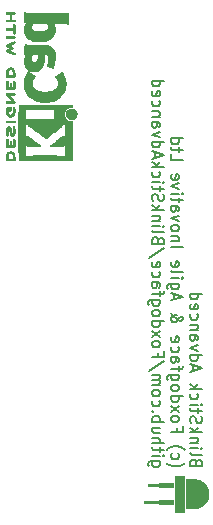
<source format=gbo>
G04 #@! TF.GenerationSoftware,KiCad,Pcbnew,(6.0.10)*
G04 #@! TF.CreationDate,2023-05-29T16:45:33+02:00*
G04 #@! TF.ProjectId,BlinkStickAdvanced,426c696e-6b53-4746-9963-6b416476616e,1.0*
G04 #@! TF.SameCoordinates,Original*
G04 #@! TF.FileFunction,Legend,Bot*
G04 #@! TF.FilePolarity,Positive*
%FSLAX46Y46*%
G04 Gerber Fmt 4.6, Leading zero omitted, Abs format (unit mm)*
G04 Created by KiCad (PCBNEW (6.0.10)) date 2023-05-29 16:45:33*
%MOMM*%
%LPD*%
G01*
G04 APERTURE LIST*
%ADD10C,0.008000*%
%ADD11C,0.150000*%
%ADD12C,0.010000*%
%ADD13R,1.700000X1.700000*%
%ADD14O,1.700000X1.700000*%
%ADD15R,2.200000X2.200000*%
%ADD16C,2.200000*%
%ADD17C,1.450000*%
%ADD18O,1.200000X1.900000*%
%ADD19C,4.700000*%
%ADD20C,1.400000*%
G04 APERTURE END LIST*
D10*
G36*
X56339186Y-77242082D02*
G01*
X55181249Y-77242082D01*
X55181249Y-77152158D01*
X54229556Y-77152158D01*
X54229556Y-76972481D01*
X55181249Y-76972481D01*
X55181249Y-76882630D01*
X56339186Y-76882630D01*
X56339186Y-77242082D01*
G37*
X56339186Y-77242082D02*
X55181249Y-77242082D01*
X55181249Y-77152158D01*
X54229556Y-77152158D01*
X54229556Y-76972481D01*
X55181249Y-76972481D01*
X55181249Y-76882630D01*
X56339186Y-76882630D01*
X56339186Y-77242082D01*
G36*
X56339186Y-78689561D02*
G01*
X55181249Y-78689561D01*
X55181249Y-78599674D01*
X53930038Y-78599674D01*
X53930038Y-78420033D01*
X55181249Y-78420033D01*
X55181249Y-78330073D01*
X56339186Y-78330073D01*
X56339186Y-78689561D01*
G37*
X56339186Y-78689561D02*
X55181249Y-78689561D01*
X55181249Y-78599674D01*
X53930038Y-78599674D01*
X53930038Y-78420033D01*
X55181249Y-78420033D01*
X55181249Y-78330073D01*
X56339186Y-78330073D01*
X56339186Y-78689561D01*
G36*
X57250936Y-79381775D02*
G01*
X56532166Y-79381775D01*
X56532166Y-76320222D01*
X57250936Y-76320222D01*
X57250936Y-79381775D01*
G37*
X57250936Y-79381775D02*
X56532166Y-79381775D01*
X56532166Y-76320222D01*
X57250936Y-76320222D01*
X57250936Y-79381775D01*
G36*
X58192467Y-76574740D02*
G01*
X58254652Y-76579469D01*
X58315934Y-76587257D01*
X58376235Y-76598027D01*
X58435477Y-76611702D01*
X58493585Y-76628204D01*
X58550481Y-76647458D01*
X58606088Y-76669386D01*
X58660329Y-76693910D01*
X58713127Y-76720955D01*
X58764406Y-76750444D01*
X58814088Y-76782298D01*
X58862097Y-76816442D01*
X58908355Y-76852798D01*
X58952786Y-76891289D01*
X58995313Y-76931840D01*
X59035858Y-76974371D01*
X59074345Y-77018808D01*
X59110696Y-77065072D01*
X59144836Y-77113086D01*
X59176687Y-77162775D01*
X59206171Y-77214060D01*
X59233213Y-77266866D01*
X59257735Y-77321114D01*
X59279660Y-77376728D01*
X59298912Y-77433631D01*
X59315412Y-77491747D01*
X59329085Y-77550998D01*
X59339854Y-77611307D01*
X59347641Y-77672597D01*
X59352370Y-77734792D01*
X59353963Y-77797814D01*
X59352370Y-77860818D01*
X59347640Y-77922997D01*
X59339852Y-77984273D01*
X59329082Y-78044569D01*
X59315408Y-78103808D01*
X59298905Y-78161914D01*
X59279652Y-78218808D01*
X59257725Y-78274415D01*
X59233200Y-78328656D01*
X59206156Y-78381456D01*
X59176669Y-78432737D01*
X59144816Y-78482421D01*
X59110674Y-78530433D01*
X59074320Y-78576695D01*
X59035831Y-78621130D01*
X58995284Y-78663661D01*
X58952755Y-78704210D01*
X58908323Y-78742702D01*
X58862063Y-78779059D01*
X58814054Y-78813204D01*
X58764371Y-78845060D01*
X58713091Y-78874549D01*
X58660293Y-78901596D01*
X58606052Y-78926123D01*
X58550446Y-78948052D01*
X58493552Y-78967308D01*
X58435446Y-78983812D01*
X58376206Y-78997488D01*
X58315908Y-79008259D01*
X58254631Y-79016048D01*
X58192449Y-79020778D01*
X58129441Y-79022372D01*
X57437312Y-79022372D01*
X57437312Y-76573147D01*
X58129453Y-76573147D01*
X58192467Y-76574740D01*
G37*
X58192467Y-76574740D02*
X58254652Y-76579469D01*
X58315934Y-76587257D01*
X58376235Y-76598027D01*
X58435477Y-76611702D01*
X58493585Y-76628204D01*
X58550481Y-76647458D01*
X58606088Y-76669386D01*
X58660329Y-76693910D01*
X58713127Y-76720955D01*
X58764406Y-76750444D01*
X58814088Y-76782298D01*
X58862097Y-76816442D01*
X58908355Y-76852798D01*
X58952786Y-76891289D01*
X58995313Y-76931840D01*
X59035858Y-76974371D01*
X59074345Y-77018808D01*
X59110696Y-77065072D01*
X59144836Y-77113086D01*
X59176687Y-77162775D01*
X59206171Y-77214060D01*
X59233213Y-77266866D01*
X59257735Y-77321114D01*
X59279660Y-77376728D01*
X59298912Y-77433631D01*
X59315412Y-77491747D01*
X59329085Y-77550998D01*
X59339854Y-77611307D01*
X59347641Y-77672597D01*
X59352370Y-77734792D01*
X59353963Y-77797814D01*
X59352370Y-77860818D01*
X59347640Y-77922997D01*
X59339852Y-77984273D01*
X59329082Y-78044569D01*
X59315408Y-78103808D01*
X59298905Y-78161914D01*
X59279652Y-78218808D01*
X59257725Y-78274415D01*
X59233200Y-78328656D01*
X59206156Y-78381456D01*
X59176669Y-78432737D01*
X59144816Y-78482421D01*
X59110674Y-78530433D01*
X59074320Y-78576695D01*
X59035831Y-78621130D01*
X58995284Y-78663661D01*
X58952755Y-78704210D01*
X58908323Y-78742702D01*
X58862063Y-78779059D01*
X58814054Y-78813204D01*
X58764371Y-78845060D01*
X58713091Y-78874549D01*
X58660293Y-78901596D01*
X58606052Y-78926123D01*
X58550446Y-78948052D01*
X58493552Y-78967308D01*
X58435446Y-78983812D01*
X58376206Y-78997488D01*
X58315908Y-79008259D01*
X58254631Y-79016048D01*
X58192449Y-79020778D01*
X58129441Y-79022372D01*
X57437312Y-79022372D01*
X57437312Y-76573147D01*
X58129453Y-76573147D01*
X58192467Y-76574740D01*
D11*
X58323428Y-75150071D02*
X58275809Y-75007214D01*
X58228190Y-74959595D01*
X58132952Y-74911976D01*
X57990095Y-74911976D01*
X57894857Y-74959595D01*
X57847238Y-75007214D01*
X57799619Y-75102452D01*
X57799619Y-75483404D01*
X58799619Y-75483404D01*
X58799619Y-75150071D01*
X58752000Y-75054833D01*
X58704380Y-75007214D01*
X58609142Y-74959595D01*
X58513904Y-74959595D01*
X58418666Y-75007214D01*
X58371047Y-75054833D01*
X58323428Y-75150071D01*
X58323428Y-75483404D01*
X57799619Y-74340547D02*
X57847238Y-74435785D01*
X57942476Y-74483404D01*
X58799619Y-74483404D01*
X57799619Y-73959595D02*
X58466285Y-73959595D01*
X58799619Y-73959595D02*
X58752000Y-74007214D01*
X58704380Y-73959595D01*
X58752000Y-73911976D01*
X58799619Y-73959595D01*
X58704380Y-73959595D01*
X58466285Y-73483404D02*
X57799619Y-73483404D01*
X58371047Y-73483404D02*
X58418666Y-73435785D01*
X58466285Y-73340547D01*
X58466285Y-73197690D01*
X58418666Y-73102452D01*
X58323428Y-73054833D01*
X57799619Y-73054833D01*
X57799619Y-72578642D02*
X58799619Y-72578642D01*
X58180571Y-72483404D02*
X57799619Y-72197690D01*
X58466285Y-72197690D02*
X58085333Y-72578642D01*
X57847238Y-71816738D02*
X57799619Y-71673880D01*
X57799619Y-71435785D01*
X57847238Y-71340547D01*
X57894857Y-71292928D01*
X57990095Y-71245309D01*
X58085333Y-71245309D01*
X58180571Y-71292928D01*
X58228190Y-71340547D01*
X58275809Y-71435785D01*
X58323428Y-71626261D01*
X58371047Y-71721500D01*
X58418666Y-71769119D01*
X58513904Y-71816738D01*
X58609142Y-71816738D01*
X58704380Y-71769119D01*
X58752000Y-71721500D01*
X58799619Y-71626261D01*
X58799619Y-71388166D01*
X58752000Y-71245309D01*
X58466285Y-70959595D02*
X58466285Y-70578642D01*
X58799619Y-70816738D02*
X57942476Y-70816738D01*
X57847238Y-70769119D01*
X57799619Y-70673880D01*
X57799619Y-70578642D01*
X57799619Y-70245309D02*
X58466285Y-70245309D01*
X58799619Y-70245309D02*
X58752000Y-70292928D01*
X58704380Y-70245309D01*
X58752000Y-70197690D01*
X58799619Y-70245309D01*
X58704380Y-70245309D01*
X57847238Y-69340547D02*
X57799619Y-69435785D01*
X57799619Y-69626261D01*
X57847238Y-69721500D01*
X57894857Y-69769119D01*
X57990095Y-69816738D01*
X58275809Y-69816738D01*
X58371047Y-69769119D01*
X58418666Y-69721500D01*
X58466285Y-69626261D01*
X58466285Y-69435785D01*
X58418666Y-69340547D01*
X57799619Y-68911976D02*
X58799619Y-68911976D01*
X58180571Y-68816738D02*
X57799619Y-68531023D01*
X58466285Y-68531023D02*
X58085333Y-68911976D01*
X58085333Y-67388166D02*
X58085333Y-66911976D01*
X57799619Y-67483404D02*
X58799619Y-67150071D01*
X57799619Y-66816738D01*
X57799619Y-66054833D02*
X58799619Y-66054833D01*
X57847238Y-66054833D02*
X57799619Y-66150071D01*
X57799619Y-66340547D01*
X57847238Y-66435785D01*
X57894857Y-66483404D01*
X57990095Y-66531023D01*
X58275809Y-66531023D01*
X58371047Y-66483404D01*
X58418666Y-66435785D01*
X58466285Y-66340547D01*
X58466285Y-66150071D01*
X58418666Y-66054833D01*
X58466285Y-65673880D02*
X57799619Y-65435785D01*
X58466285Y-65197690D01*
X57799619Y-64388166D02*
X58323428Y-64388166D01*
X58418666Y-64435785D01*
X58466285Y-64531023D01*
X58466285Y-64721500D01*
X58418666Y-64816738D01*
X57847238Y-64388166D02*
X57799619Y-64483404D01*
X57799619Y-64721500D01*
X57847238Y-64816738D01*
X57942476Y-64864357D01*
X58037714Y-64864357D01*
X58132952Y-64816738D01*
X58180571Y-64721500D01*
X58180571Y-64483404D01*
X58228190Y-64388166D01*
X58466285Y-63911976D02*
X57799619Y-63911976D01*
X58371047Y-63911976D02*
X58418666Y-63864357D01*
X58466285Y-63769119D01*
X58466285Y-63626261D01*
X58418666Y-63531023D01*
X58323428Y-63483404D01*
X57799619Y-63483404D01*
X57847238Y-62578642D02*
X57799619Y-62673880D01*
X57799619Y-62864357D01*
X57847238Y-62959595D01*
X57894857Y-63007214D01*
X57990095Y-63054833D01*
X58275809Y-63054833D01*
X58371047Y-63007214D01*
X58418666Y-62959595D01*
X58466285Y-62864357D01*
X58466285Y-62673880D01*
X58418666Y-62578642D01*
X57847238Y-61769119D02*
X57799619Y-61864357D01*
X57799619Y-62054833D01*
X57847238Y-62150071D01*
X57942476Y-62197690D01*
X58323428Y-62197690D01*
X58418666Y-62150071D01*
X58466285Y-62054833D01*
X58466285Y-61864357D01*
X58418666Y-61769119D01*
X58323428Y-61721500D01*
X58228190Y-61721500D01*
X58132952Y-62197690D01*
X57799619Y-60864357D02*
X58799619Y-60864357D01*
X57847238Y-60864357D02*
X57799619Y-60959595D01*
X57799619Y-61150071D01*
X57847238Y-61245309D01*
X57894857Y-61292928D01*
X57990095Y-61340547D01*
X58275809Y-61340547D01*
X58371047Y-61292928D01*
X58418666Y-61245309D01*
X58466285Y-61150071D01*
X58466285Y-60959595D01*
X58418666Y-60864357D01*
X55808666Y-75197690D02*
X55856285Y-75245309D01*
X55999142Y-75340547D01*
X56094380Y-75388166D01*
X56237238Y-75435785D01*
X56475333Y-75483404D01*
X56665809Y-75483404D01*
X56903904Y-75435785D01*
X57046761Y-75388166D01*
X57142000Y-75340547D01*
X57284857Y-75245309D01*
X57332476Y-75197690D01*
X56237238Y-74388166D02*
X56189619Y-74483404D01*
X56189619Y-74673880D01*
X56237238Y-74769119D01*
X56284857Y-74816738D01*
X56380095Y-74864357D01*
X56665809Y-74864357D01*
X56761047Y-74816738D01*
X56808666Y-74769119D01*
X56856285Y-74673880D01*
X56856285Y-74483404D01*
X56808666Y-74388166D01*
X55808666Y-74054833D02*
X55856285Y-74007214D01*
X55999142Y-73911976D01*
X56094380Y-73864357D01*
X56237238Y-73816738D01*
X56475333Y-73769119D01*
X56665809Y-73769119D01*
X56903904Y-73816738D01*
X57046761Y-73864357D01*
X57142000Y-73911976D01*
X57284857Y-74007214D01*
X57332476Y-74054833D01*
X56713428Y-72197690D02*
X56713428Y-72531023D01*
X56189619Y-72531023D02*
X57189619Y-72531023D01*
X57189619Y-72054833D01*
X56189619Y-71531023D02*
X56237238Y-71626261D01*
X56284857Y-71673880D01*
X56380095Y-71721500D01*
X56665809Y-71721500D01*
X56761047Y-71673880D01*
X56808666Y-71626261D01*
X56856285Y-71531023D01*
X56856285Y-71388166D01*
X56808666Y-71292928D01*
X56761047Y-71245309D01*
X56665809Y-71197690D01*
X56380095Y-71197690D01*
X56284857Y-71245309D01*
X56237238Y-71292928D01*
X56189619Y-71388166D01*
X56189619Y-71531023D01*
X56189619Y-70864357D02*
X56856285Y-70340547D01*
X56856285Y-70864357D02*
X56189619Y-70340547D01*
X56189619Y-69531023D02*
X57189619Y-69531023D01*
X56237238Y-69531023D02*
X56189619Y-69626261D01*
X56189619Y-69816738D01*
X56237238Y-69911976D01*
X56284857Y-69959595D01*
X56380095Y-70007214D01*
X56665809Y-70007214D01*
X56761047Y-69959595D01*
X56808666Y-69911976D01*
X56856285Y-69816738D01*
X56856285Y-69626261D01*
X56808666Y-69531023D01*
X56189619Y-68911976D02*
X56237238Y-69007214D01*
X56284857Y-69054833D01*
X56380095Y-69102452D01*
X56665809Y-69102452D01*
X56761047Y-69054833D01*
X56808666Y-69007214D01*
X56856285Y-68911976D01*
X56856285Y-68769119D01*
X56808666Y-68673880D01*
X56761047Y-68626261D01*
X56665809Y-68578642D01*
X56380095Y-68578642D01*
X56284857Y-68626261D01*
X56237238Y-68673880D01*
X56189619Y-68769119D01*
X56189619Y-68911976D01*
X56856285Y-67721500D02*
X56046761Y-67721500D01*
X55951523Y-67769119D01*
X55903904Y-67816738D01*
X55856285Y-67911976D01*
X55856285Y-68054833D01*
X55903904Y-68150071D01*
X56237238Y-67721500D02*
X56189619Y-67816738D01*
X56189619Y-68007214D01*
X56237238Y-68102452D01*
X56284857Y-68150071D01*
X56380095Y-68197690D01*
X56665809Y-68197690D01*
X56761047Y-68150071D01*
X56808666Y-68102452D01*
X56856285Y-68007214D01*
X56856285Y-67816738D01*
X56808666Y-67721500D01*
X56856285Y-67388166D02*
X56856285Y-67007214D01*
X56189619Y-67245309D02*
X57046761Y-67245309D01*
X57142000Y-67197690D01*
X57189619Y-67102452D01*
X57189619Y-67007214D01*
X56189619Y-66245309D02*
X56713428Y-66245309D01*
X56808666Y-66292928D01*
X56856285Y-66388166D01*
X56856285Y-66578642D01*
X56808666Y-66673880D01*
X56237238Y-66245309D02*
X56189619Y-66340547D01*
X56189619Y-66578642D01*
X56237238Y-66673880D01*
X56332476Y-66721500D01*
X56427714Y-66721500D01*
X56522952Y-66673880D01*
X56570571Y-66578642D01*
X56570571Y-66340547D01*
X56618190Y-66245309D01*
X56237238Y-65340547D02*
X56189619Y-65435785D01*
X56189619Y-65626261D01*
X56237238Y-65721500D01*
X56284857Y-65769119D01*
X56380095Y-65816738D01*
X56665809Y-65816738D01*
X56761047Y-65769119D01*
X56808666Y-65721500D01*
X56856285Y-65626261D01*
X56856285Y-65435785D01*
X56808666Y-65340547D01*
X56237238Y-64531023D02*
X56189619Y-64626261D01*
X56189619Y-64816738D01*
X56237238Y-64911976D01*
X56332476Y-64959595D01*
X56713428Y-64959595D01*
X56808666Y-64911976D01*
X56856285Y-64816738D01*
X56856285Y-64626261D01*
X56808666Y-64531023D01*
X56713428Y-64483404D01*
X56618190Y-64483404D01*
X56522952Y-64959595D01*
X56189619Y-62483404D02*
X56189619Y-62531023D01*
X56237238Y-62626261D01*
X56380095Y-62769119D01*
X56665809Y-63007214D01*
X56808666Y-63102452D01*
X56951523Y-63150071D01*
X57046761Y-63150071D01*
X57142000Y-63102452D01*
X57189619Y-63007214D01*
X57189619Y-62959595D01*
X57142000Y-62864357D01*
X57046761Y-62816738D01*
X56999142Y-62816738D01*
X56903904Y-62864357D01*
X56856285Y-62911976D01*
X56665809Y-63197690D01*
X56618190Y-63245309D01*
X56522952Y-63292928D01*
X56380095Y-63292928D01*
X56284857Y-63245309D01*
X56237238Y-63197690D01*
X56189619Y-63102452D01*
X56189619Y-62959595D01*
X56237238Y-62864357D01*
X56284857Y-62816738D01*
X56475333Y-62673880D01*
X56618190Y-62626261D01*
X56713428Y-62626261D01*
X56475333Y-61340547D02*
X56475333Y-60864357D01*
X56189619Y-61435785D02*
X57189619Y-61102452D01*
X56189619Y-60769119D01*
X56856285Y-60007214D02*
X56046761Y-60007214D01*
X55951523Y-60054833D01*
X55903904Y-60102452D01*
X55856285Y-60197690D01*
X55856285Y-60340547D01*
X55903904Y-60435785D01*
X56237238Y-60007214D02*
X56189619Y-60102452D01*
X56189619Y-60292928D01*
X56237238Y-60388166D01*
X56284857Y-60435785D01*
X56380095Y-60483404D01*
X56665809Y-60483404D01*
X56761047Y-60435785D01*
X56808666Y-60388166D01*
X56856285Y-60292928D01*
X56856285Y-60102452D01*
X56808666Y-60007214D01*
X56189619Y-59531023D02*
X56856285Y-59531023D01*
X57189619Y-59531023D02*
X57142000Y-59578642D01*
X57094380Y-59531023D01*
X57142000Y-59483404D01*
X57189619Y-59531023D01*
X57094380Y-59531023D01*
X56189619Y-58911976D02*
X56237238Y-59007214D01*
X56332476Y-59054833D01*
X57189619Y-59054833D01*
X56237238Y-58150071D02*
X56189619Y-58245309D01*
X56189619Y-58435785D01*
X56237238Y-58531023D01*
X56332476Y-58578642D01*
X56713428Y-58578642D01*
X56808666Y-58531023D01*
X56856285Y-58435785D01*
X56856285Y-58245309D01*
X56808666Y-58150071D01*
X56713428Y-58102452D01*
X56618190Y-58102452D01*
X56522952Y-58578642D01*
X56189619Y-56911976D02*
X57189619Y-56911976D01*
X56856285Y-56435785D02*
X56189619Y-56435785D01*
X56761047Y-56435785D02*
X56808666Y-56388166D01*
X56856285Y-56292928D01*
X56856285Y-56150071D01*
X56808666Y-56054833D01*
X56713428Y-56007214D01*
X56189619Y-56007214D01*
X56189619Y-55388166D02*
X56237238Y-55483404D01*
X56284857Y-55531023D01*
X56380095Y-55578642D01*
X56665809Y-55578642D01*
X56761047Y-55531023D01*
X56808666Y-55483404D01*
X56856285Y-55388166D01*
X56856285Y-55245309D01*
X56808666Y-55150071D01*
X56761047Y-55102452D01*
X56665809Y-55054833D01*
X56380095Y-55054833D01*
X56284857Y-55102452D01*
X56237238Y-55150071D01*
X56189619Y-55245309D01*
X56189619Y-55388166D01*
X56856285Y-54721500D02*
X56189619Y-54483404D01*
X56856285Y-54245309D01*
X56189619Y-53435785D02*
X56713428Y-53435785D01*
X56808666Y-53483404D01*
X56856285Y-53578642D01*
X56856285Y-53769119D01*
X56808666Y-53864357D01*
X56237238Y-53435785D02*
X56189619Y-53531023D01*
X56189619Y-53769119D01*
X56237238Y-53864357D01*
X56332476Y-53911976D01*
X56427714Y-53911976D01*
X56522952Y-53864357D01*
X56570571Y-53769119D01*
X56570571Y-53531023D01*
X56618190Y-53435785D01*
X56856285Y-53102452D02*
X56856285Y-52721500D01*
X57189619Y-52959595D02*
X56332476Y-52959595D01*
X56237238Y-52911976D01*
X56189619Y-52816738D01*
X56189619Y-52721500D01*
X56189619Y-52388166D02*
X56856285Y-52388166D01*
X57189619Y-52388166D02*
X57142000Y-52435785D01*
X57094380Y-52388166D01*
X57142000Y-52340547D01*
X57189619Y-52388166D01*
X57094380Y-52388166D01*
X56856285Y-52007214D02*
X56189619Y-51769119D01*
X56856285Y-51531023D01*
X56237238Y-50769119D02*
X56189619Y-50864357D01*
X56189619Y-51054833D01*
X56237238Y-51150071D01*
X56332476Y-51197690D01*
X56713428Y-51197690D01*
X56808666Y-51150071D01*
X56856285Y-51054833D01*
X56856285Y-50864357D01*
X56808666Y-50769119D01*
X56713428Y-50721500D01*
X56618190Y-50721500D01*
X56522952Y-51197690D01*
X56189619Y-49054833D02*
X56189619Y-49531023D01*
X57189619Y-49531023D01*
X56856285Y-48864357D02*
X56856285Y-48483404D01*
X57189619Y-48721500D02*
X56332476Y-48721500D01*
X56237238Y-48673880D01*
X56189619Y-48578642D01*
X56189619Y-48483404D01*
X56189619Y-47721500D02*
X57189619Y-47721500D01*
X56237238Y-47721500D02*
X56189619Y-47816738D01*
X56189619Y-48007214D01*
X56237238Y-48102452D01*
X56284857Y-48150071D01*
X56380095Y-48197690D01*
X56665809Y-48197690D01*
X56761047Y-48150071D01*
X56808666Y-48102452D01*
X56856285Y-48007214D01*
X56856285Y-47816738D01*
X56808666Y-47721500D01*
X55246285Y-75054833D02*
X54436761Y-75054833D01*
X54341523Y-75102452D01*
X54293904Y-75150071D01*
X54246285Y-75245309D01*
X54246285Y-75388166D01*
X54293904Y-75483404D01*
X54627238Y-75054833D02*
X54579619Y-75150071D01*
X54579619Y-75340547D01*
X54627238Y-75435785D01*
X54674857Y-75483404D01*
X54770095Y-75531023D01*
X55055809Y-75531023D01*
X55151047Y-75483404D01*
X55198666Y-75435785D01*
X55246285Y-75340547D01*
X55246285Y-75150071D01*
X55198666Y-75054833D01*
X54579619Y-74578642D02*
X55246285Y-74578642D01*
X55579619Y-74578642D02*
X55532000Y-74626261D01*
X55484380Y-74578642D01*
X55532000Y-74531023D01*
X55579619Y-74578642D01*
X55484380Y-74578642D01*
X55246285Y-74245309D02*
X55246285Y-73864357D01*
X55579619Y-74102452D02*
X54722476Y-74102452D01*
X54627238Y-74054833D01*
X54579619Y-73959595D01*
X54579619Y-73864357D01*
X54579619Y-73531023D02*
X55579619Y-73531023D01*
X54579619Y-73102452D02*
X55103428Y-73102452D01*
X55198666Y-73150071D01*
X55246285Y-73245309D01*
X55246285Y-73388166D01*
X55198666Y-73483404D01*
X55151047Y-73531023D01*
X55246285Y-72197690D02*
X54579619Y-72197690D01*
X55246285Y-72626261D02*
X54722476Y-72626261D01*
X54627238Y-72578642D01*
X54579619Y-72483404D01*
X54579619Y-72340547D01*
X54627238Y-72245309D01*
X54674857Y-72197690D01*
X54579619Y-71721500D02*
X55579619Y-71721500D01*
X55198666Y-71721500D02*
X55246285Y-71626261D01*
X55246285Y-71435785D01*
X55198666Y-71340547D01*
X55151047Y-71292928D01*
X55055809Y-71245309D01*
X54770095Y-71245309D01*
X54674857Y-71292928D01*
X54627238Y-71340547D01*
X54579619Y-71435785D01*
X54579619Y-71626261D01*
X54627238Y-71721500D01*
X54674857Y-70816738D02*
X54627238Y-70769119D01*
X54579619Y-70816738D01*
X54627238Y-70864357D01*
X54674857Y-70816738D01*
X54579619Y-70816738D01*
X54627238Y-69911976D02*
X54579619Y-70007214D01*
X54579619Y-70197690D01*
X54627238Y-70292928D01*
X54674857Y-70340547D01*
X54770095Y-70388166D01*
X55055809Y-70388166D01*
X55151047Y-70340547D01*
X55198666Y-70292928D01*
X55246285Y-70197690D01*
X55246285Y-70007214D01*
X55198666Y-69911976D01*
X54579619Y-69340547D02*
X54627238Y-69435785D01*
X54674857Y-69483404D01*
X54770095Y-69531023D01*
X55055809Y-69531023D01*
X55151047Y-69483404D01*
X55198666Y-69435785D01*
X55246285Y-69340547D01*
X55246285Y-69197690D01*
X55198666Y-69102452D01*
X55151047Y-69054833D01*
X55055809Y-69007214D01*
X54770095Y-69007214D01*
X54674857Y-69054833D01*
X54627238Y-69102452D01*
X54579619Y-69197690D01*
X54579619Y-69340547D01*
X54579619Y-68578642D02*
X55246285Y-68578642D01*
X55151047Y-68578642D02*
X55198666Y-68531023D01*
X55246285Y-68435785D01*
X55246285Y-68292928D01*
X55198666Y-68197690D01*
X55103428Y-68150071D01*
X54579619Y-68150071D01*
X55103428Y-68150071D02*
X55198666Y-68102452D01*
X55246285Y-68007214D01*
X55246285Y-67864357D01*
X55198666Y-67769119D01*
X55103428Y-67721500D01*
X54579619Y-67721500D01*
X55627238Y-66531023D02*
X54341523Y-67388166D01*
X55103428Y-65864357D02*
X55103428Y-66197690D01*
X54579619Y-66197690D02*
X55579619Y-66197690D01*
X55579619Y-65721500D01*
X54579619Y-65197690D02*
X54627238Y-65292928D01*
X54674857Y-65340547D01*
X54770095Y-65388166D01*
X55055809Y-65388166D01*
X55151047Y-65340547D01*
X55198666Y-65292928D01*
X55246285Y-65197690D01*
X55246285Y-65054833D01*
X55198666Y-64959595D01*
X55151047Y-64911976D01*
X55055809Y-64864357D01*
X54770095Y-64864357D01*
X54674857Y-64911976D01*
X54627238Y-64959595D01*
X54579619Y-65054833D01*
X54579619Y-65197690D01*
X54579619Y-64531023D02*
X55246285Y-64007214D01*
X55246285Y-64531023D02*
X54579619Y-64007214D01*
X54579619Y-63197690D02*
X55579619Y-63197690D01*
X54627238Y-63197690D02*
X54579619Y-63292928D01*
X54579619Y-63483404D01*
X54627238Y-63578642D01*
X54674857Y-63626261D01*
X54770095Y-63673880D01*
X55055809Y-63673880D01*
X55151047Y-63626261D01*
X55198666Y-63578642D01*
X55246285Y-63483404D01*
X55246285Y-63292928D01*
X55198666Y-63197690D01*
X54579619Y-62578642D02*
X54627238Y-62673880D01*
X54674857Y-62721500D01*
X54770095Y-62769119D01*
X55055809Y-62769119D01*
X55151047Y-62721500D01*
X55198666Y-62673880D01*
X55246285Y-62578642D01*
X55246285Y-62435785D01*
X55198666Y-62340547D01*
X55151047Y-62292928D01*
X55055809Y-62245309D01*
X54770095Y-62245309D01*
X54674857Y-62292928D01*
X54627238Y-62340547D01*
X54579619Y-62435785D01*
X54579619Y-62578642D01*
X55246285Y-61388166D02*
X54436761Y-61388166D01*
X54341523Y-61435785D01*
X54293904Y-61483404D01*
X54246285Y-61578642D01*
X54246285Y-61721500D01*
X54293904Y-61816738D01*
X54627238Y-61388166D02*
X54579619Y-61483404D01*
X54579619Y-61673880D01*
X54627238Y-61769119D01*
X54674857Y-61816738D01*
X54770095Y-61864357D01*
X55055809Y-61864357D01*
X55151047Y-61816738D01*
X55198666Y-61769119D01*
X55246285Y-61673880D01*
X55246285Y-61483404D01*
X55198666Y-61388166D01*
X55246285Y-61054833D02*
X55246285Y-60673880D01*
X54579619Y-60911976D02*
X55436761Y-60911976D01*
X55532000Y-60864357D01*
X55579619Y-60769119D01*
X55579619Y-60673880D01*
X54579619Y-59911976D02*
X55103428Y-59911976D01*
X55198666Y-59959595D01*
X55246285Y-60054833D01*
X55246285Y-60245309D01*
X55198666Y-60340547D01*
X54627238Y-59911976D02*
X54579619Y-60007214D01*
X54579619Y-60245309D01*
X54627238Y-60340547D01*
X54722476Y-60388166D01*
X54817714Y-60388166D01*
X54912952Y-60340547D01*
X54960571Y-60245309D01*
X54960571Y-60007214D01*
X55008190Y-59911976D01*
X54627238Y-59007214D02*
X54579619Y-59102452D01*
X54579619Y-59292928D01*
X54627238Y-59388166D01*
X54674857Y-59435785D01*
X54770095Y-59483404D01*
X55055809Y-59483404D01*
X55151047Y-59435785D01*
X55198666Y-59388166D01*
X55246285Y-59292928D01*
X55246285Y-59102452D01*
X55198666Y-59007214D01*
X54627238Y-58197690D02*
X54579619Y-58292928D01*
X54579619Y-58483404D01*
X54627238Y-58578642D01*
X54722476Y-58626261D01*
X55103428Y-58626261D01*
X55198666Y-58578642D01*
X55246285Y-58483404D01*
X55246285Y-58292928D01*
X55198666Y-58197690D01*
X55103428Y-58150071D01*
X55008190Y-58150071D01*
X54912952Y-58626261D01*
X55627238Y-57007214D02*
X54341523Y-57864357D01*
X55103428Y-56340547D02*
X55055809Y-56197690D01*
X55008190Y-56150071D01*
X54912952Y-56102452D01*
X54770095Y-56102452D01*
X54674857Y-56150071D01*
X54627238Y-56197690D01*
X54579619Y-56292928D01*
X54579619Y-56673880D01*
X55579619Y-56673880D01*
X55579619Y-56340547D01*
X55532000Y-56245309D01*
X55484380Y-56197690D01*
X55389142Y-56150071D01*
X55293904Y-56150071D01*
X55198666Y-56197690D01*
X55151047Y-56245309D01*
X55103428Y-56340547D01*
X55103428Y-56673880D01*
X54579619Y-55531023D02*
X54627238Y-55626261D01*
X54722476Y-55673880D01*
X55579619Y-55673880D01*
X54579619Y-55150071D02*
X55246285Y-55150071D01*
X55579619Y-55150071D02*
X55532000Y-55197690D01*
X55484380Y-55150071D01*
X55532000Y-55102452D01*
X55579619Y-55150071D01*
X55484380Y-55150071D01*
X55246285Y-54673880D02*
X54579619Y-54673880D01*
X55151047Y-54673880D02*
X55198666Y-54626261D01*
X55246285Y-54531023D01*
X55246285Y-54388166D01*
X55198666Y-54292928D01*
X55103428Y-54245309D01*
X54579619Y-54245309D01*
X54579619Y-53769119D02*
X55579619Y-53769119D01*
X54960571Y-53673880D02*
X54579619Y-53388166D01*
X55246285Y-53388166D02*
X54865333Y-53769119D01*
X54627238Y-53007214D02*
X54579619Y-52864357D01*
X54579619Y-52626261D01*
X54627238Y-52531023D01*
X54674857Y-52483404D01*
X54770095Y-52435785D01*
X54865333Y-52435785D01*
X54960571Y-52483404D01*
X55008190Y-52531023D01*
X55055809Y-52626261D01*
X55103428Y-52816738D01*
X55151047Y-52911976D01*
X55198666Y-52959595D01*
X55293904Y-53007214D01*
X55389142Y-53007214D01*
X55484380Y-52959595D01*
X55532000Y-52911976D01*
X55579619Y-52816738D01*
X55579619Y-52578642D01*
X55532000Y-52435785D01*
X55246285Y-52150071D02*
X55246285Y-51769119D01*
X55579619Y-52007214D02*
X54722476Y-52007214D01*
X54627238Y-51959595D01*
X54579619Y-51864357D01*
X54579619Y-51769119D01*
X54579619Y-51435785D02*
X55246285Y-51435785D01*
X55579619Y-51435785D02*
X55532000Y-51483404D01*
X55484380Y-51435785D01*
X55532000Y-51388166D01*
X55579619Y-51435785D01*
X55484380Y-51435785D01*
X54627238Y-50531023D02*
X54579619Y-50626261D01*
X54579619Y-50816738D01*
X54627238Y-50911976D01*
X54674857Y-50959595D01*
X54770095Y-51007214D01*
X55055809Y-51007214D01*
X55151047Y-50959595D01*
X55198666Y-50911976D01*
X55246285Y-50816738D01*
X55246285Y-50626261D01*
X55198666Y-50531023D01*
X54579619Y-50102452D02*
X55579619Y-50102452D01*
X54960571Y-50007214D02*
X54579619Y-49721500D01*
X55246285Y-49721500D02*
X54865333Y-50102452D01*
X54865333Y-49340547D02*
X54865333Y-48864357D01*
X54579619Y-49435785D02*
X55579619Y-49102452D01*
X54579619Y-48769119D01*
X54579619Y-48007214D02*
X55579619Y-48007214D01*
X54627238Y-48007214D02*
X54579619Y-48102452D01*
X54579619Y-48292928D01*
X54627238Y-48388166D01*
X54674857Y-48435785D01*
X54770095Y-48483404D01*
X55055809Y-48483404D01*
X55151047Y-48435785D01*
X55198666Y-48388166D01*
X55246285Y-48292928D01*
X55246285Y-48102452D01*
X55198666Y-48007214D01*
X55246285Y-47626261D02*
X54579619Y-47388166D01*
X55246285Y-47150071D01*
X54579619Y-46340547D02*
X55103428Y-46340547D01*
X55198666Y-46388166D01*
X55246285Y-46483404D01*
X55246285Y-46673880D01*
X55198666Y-46769119D01*
X54627238Y-46340547D02*
X54579619Y-46435785D01*
X54579619Y-46673880D01*
X54627238Y-46769119D01*
X54722476Y-46816738D01*
X54817714Y-46816738D01*
X54912952Y-46769119D01*
X54960571Y-46673880D01*
X54960571Y-46435785D01*
X55008190Y-46340547D01*
X55246285Y-45864357D02*
X54579619Y-45864357D01*
X55151047Y-45864357D02*
X55198666Y-45816738D01*
X55246285Y-45721500D01*
X55246285Y-45578642D01*
X55198666Y-45483404D01*
X55103428Y-45435785D01*
X54579619Y-45435785D01*
X54627238Y-44531023D02*
X54579619Y-44626261D01*
X54579619Y-44816738D01*
X54627238Y-44911976D01*
X54674857Y-44959595D01*
X54770095Y-45007214D01*
X55055809Y-45007214D01*
X55151047Y-44959595D01*
X55198666Y-44911976D01*
X55246285Y-44816738D01*
X55246285Y-44626261D01*
X55198666Y-44531023D01*
X54627238Y-43721500D02*
X54579619Y-43816738D01*
X54579619Y-44007214D01*
X54627238Y-44102452D01*
X54722476Y-44150071D01*
X55103428Y-44150071D01*
X55198666Y-44102452D01*
X55246285Y-44007214D01*
X55246285Y-43816738D01*
X55198666Y-43721500D01*
X55103428Y-43673880D01*
X55008190Y-43673880D01*
X54912952Y-44150071D01*
X54579619Y-42816738D02*
X55579619Y-42816738D01*
X54627238Y-42816738D02*
X54579619Y-42911976D01*
X54579619Y-43102452D01*
X54627238Y-43197690D01*
X54674857Y-43245309D01*
X54770095Y-43292928D01*
X55055809Y-43292928D01*
X55151047Y-43245309D01*
X55198666Y-43197690D01*
X55246285Y-43102452D01*
X55246285Y-42911976D01*
X55198666Y-42816738D01*
G36*
X42651706Y-46208284D02*
G01*
X42729615Y-46208539D01*
X42789625Y-46209183D01*
X42834352Y-46210387D01*
X42866415Y-46212324D01*
X42888429Y-46215164D01*
X42903013Y-46219079D01*
X42912782Y-46224242D01*
X42920355Y-46230822D01*
X42939377Y-46260006D01*
X42938537Y-46293137D01*
X42915224Y-46327291D01*
X42887515Y-46355000D01*
X42574463Y-46355000D01*
X42490433Y-46354959D01*
X42416211Y-46354701D01*
X42359459Y-46354030D01*
X42317488Y-46352752D01*
X42287611Y-46350673D01*
X42267139Y-46347599D01*
X42253386Y-46343334D01*
X42243663Y-46337684D01*
X42235283Y-46330455D01*
X42213819Y-46298991D01*
X42212053Y-46263826D01*
X42231733Y-46230822D01*
X42237602Y-46225516D01*
X42246686Y-46220066D01*
X42260027Y-46215900D01*
X42280243Y-46212846D01*
X42309951Y-46210732D01*
X42351768Y-46209386D01*
X42408311Y-46208638D01*
X42482198Y-46208314D01*
X42576044Y-46208245D01*
X42651706Y-46208284D01*
G37*
D12*
X42651706Y-46208284D02*
X42729615Y-46208539D01*
X42789625Y-46209183D01*
X42834352Y-46210387D01*
X42866415Y-46212324D01*
X42888429Y-46215164D01*
X42903013Y-46219079D01*
X42912782Y-46224242D01*
X42920355Y-46230822D01*
X42939377Y-46260006D01*
X42938537Y-46293137D01*
X42915224Y-46327291D01*
X42887515Y-46355000D01*
X42574463Y-46355000D01*
X42490433Y-46354959D01*
X42416211Y-46354701D01*
X42359459Y-46354030D01*
X42317488Y-46352752D01*
X42287611Y-46350673D01*
X42267139Y-46347599D01*
X42253386Y-46343334D01*
X42243663Y-46337684D01*
X42235283Y-46330455D01*
X42213819Y-46298991D01*
X42212053Y-46263826D01*
X42231733Y-46230822D01*
X42237602Y-46225516D01*
X42246686Y-46220066D01*
X42260027Y-46215900D01*
X42280243Y-46212846D01*
X42309951Y-46210732D01*
X42351768Y-46209386D01*
X42408311Y-46208638D01*
X42482198Y-46208314D01*
X42576044Y-46208245D01*
X42651706Y-46208284D01*
G36*
X47100208Y-49582614D02*
G01*
X46968989Y-49583059D01*
X46821784Y-49583362D01*
X46657651Y-49583548D01*
X46475648Y-49583642D01*
X46274835Y-49583671D01*
X46054268Y-49583661D01*
X45813008Y-49583636D01*
X45550111Y-49583622D01*
X45507960Y-49583622D01*
X45247332Y-49583646D01*
X45008204Y-49583685D01*
X44789640Y-49583708D01*
X44590705Y-49583687D01*
X44410465Y-49583593D01*
X44247985Y-49583395D01*
X44102330Y-49583063D01*
X43972566Y-49582569D01*
X43857757Y-49581883D01*
X43756970Y-49580976D01*
X43669270Y-49579817D01*
X43593721Y-49578378D01*
X43529389Y-49576629D01*
X43475339Y-49574540D01*
X43430637Y-49572083D01*
X43394348Y-49569227D01*
X43365537Y-49565943D01*
X43343269Y-49562202D01*
X43326610Y-49557974D01*
X43314625Y-49553229D01*
X43306379Y-49547939D01*
X43300938Y-49542073D01*
X43297366Y-49535602D01*
X43294730Y-49528497D01*
X43292094Y-49520728D01*
X43288523Y-49512266D01*
X43286855Y-49507908D01*
X43284889Y-49499395D01*
X43283089Y-49486694D01*
X43281445Y-49468885D01*
X43279953Y-49445049D01*
X43278603Y-49414266D01*
X43277389Y-49375617D01*
X43276303Y-49328182D01*
X43275444Y-49277296D01*
X43789600Y-49277296D01*
X43847217Y-49238523D01*
X43856107Y-49232432D01*
X43870931Y-49221976D01*
X43884578Y-49212579D01*
X43898235Y-49204183D01*
X43913089Y-49196733D01*
X43930330Y-49190173D01*
X43951145Y-49184446D01*
X43976720Y-49179495D01*
X44008245Y-49175266D01*
X44046907Y-49171701D01*
X44093893Y-49168744D01*
X44150392Y-49166340D01*
X44217591Y-49164431D01*
X44296678Y-49162962D01*
X44388840Y-49161876D01*
X44495266Y-49161118D01*
X44617143Y-49160630D01*
X44755659Y-49160358D01*
X44912001Y-49160243D01*
X45087358Y-49160231D01*
X45282918Y-49160265D01*
X45499867Y-49160289D01*
X45622487Y-49160280D01*
X45827553Y-49160243D01*
X46011884Y-49160227D01*
X46176666Y-49160288D01*
X46323084Y-49160484D01*
X46452326Y-49160870D01*
X46565578Y-49161505D01*
X46664025Y-49162444D01*
X46748856Y-49163745D01*
X46821256Y-49165464D01*
X46882411Y-49167659D01*
X46933508Y-49170385D01*
X46975733Y-49173701D01*
X47010273Y-49177662D01*
X47038314Y-49182325D01*
X47061042Y-49187747D01*
X47079644Y-49193986D01*
X47095307Y-49201097D01*
X47109216Y-49209138D01*
X47122559Y-49218166D01*
X47136521Y-49228236D01*
X47152289Y-49239407D01*
X47210133Y-49279197D01*
X47210133Y-48219314D01*
X47147034Y-48257311D01*
X47121995Y-48271993D01*
X47094414Y-48286531D01*
X47066300Y-48298627D01*
X47035449Y-48308532D01*
X46999656Y-48316494D01*
X46956717Y-48322761D01*
X46904426Y-48327582D01*
X46840581Y-48331206D01*
X46762975Y-48333881D01*
X46669406Y-48335857D01*
X46557667Y-48337382D01*
X46425555Y-48338704D01*
X46305566Y-48339613D01*
X46188937Y-48340020D01*
X46093469Y-48339767D01*
X46019444Y-48338857D01*
X45967145Y-48337293D01*
X45936851Y-48335079D01*
X45928844Y-48332220D01*
X45932142Y-48329161D01*
X45953592Y-48311006D01*
X45990111Y-48281275D01*
X46039558Y-48241639D01*
X46099793Y-48193771D01*
X46168673Y-48139343D01*
X46244057Y-48080027D01*
X46323804Y-48017495D01*
X46405772Y-47953421D01*
X46487820Y-47889475D01*
X46567806Y-47827331D01*
X46643589Y-47768661D01*
X46713027Y-47715137D01*
X46773979Y-47668430D01*
X46824304Y-47630214D01*
X46861860Y-47602161D01*
X46884505Y-47585943D01*
X46956788Y-47540635D01*
X47036537Y-47500661D01*
X47104812Y-47479130D01*
X47162156Y-47475827D01*
X47210133Y-47481116D01*
X47209883Y-46349356D01*
X47179278Y-46388867D01*
X47171911Y-46398248D01*
X47117562Y-46461183D01*
X47049741Y-46529997D01*
X46966484Y-46606596D01*
X46865822Y-46692888D01*
X46845153Y-46710052D01*
X46795591Y-46750833D01*
X46734674Y-46800588D01*
X46664102Y-46857955D01*
X46585576Y-46921569D01*
X46500796Y-46990069D01*
X46411463Y-47062090D01*
X46319278Y-47136270D01*
X46300298Y-47151517D01*
X46225940Y-47211246D01*
X46133152Y-47285653D01*
X46042612Y-47358131D01*
X45956022Y-47427314D01*
X45875082Y-47491841D01*
X45801494Y-47550347D01*
X45736956Y-47601470D01*
X45683171Y-47643847D01*
X45641838Y-47676115D01*
X45614658Y-47696910D01*
X45603332Y-47704869D01*
X45599229Y-47703111D01*
X45578666Y-47690230D01*
X45542439Y-47665885D01*
X45492176Y-47631247D01*
X45429508Y-47587486D01*
X45356064Y-47535775D01*
X45273473Y-47477284D01*
X45183364Y-47413184D01*
X45087369Y-47344646D01*
X44987115Y-47272843D01*
X44884232Y-47198944D01*
X44780350Y-47124121D01*
X44677099Y-47049545D01*
X44576108Y-46976387D01*
X44479006Y-46905819D01*
X44387423Y-46839011D01*
X44302989Y-46777135D01*
X44227333Y-46721361D01*
X44162084Y-46672862D01*
X44108872Y-46632807D01*
X44069327Y-46602369D01*
X44043974Y-46581944D01*
X43989705Y-46535899D01*
X43933225Y-46485612D01*
X43883331Y-46438815D01*
X43789600Y-46347651D01*
X43789600Y-47502090D01*
X43865800Y-47501456D01*
X43907840Y-47502574D01*
X43943666Y-47508304D01*
X43981228Y-47520890D01*
X44029423Y-47542568D01*
X44036103Y-47545789D01*
X44085641Y-47571188D01*
X44133631Y-47597996D01*
X44170534Y-47620917D01*
X44177166Y-47625485D01*
X44208407Y-47647516D01*
X44253346Y-47679693D01*
X44309853Y-47720457D01*
X44375796Y-47768245D01*
X44449043Y-47821498D01*
X44527464Y-47878655D01*
X44608928Y-47938155D01*
X44691302Y-47998437D01*
X44772456Y-48057940D01*
X44850258Y-48115105D01*
X44922577Y-48168370D01*
X44987282Y-48216174D01*
X45042241Y-48256957D01*
X45085324Y-48289158D01*
X45114398Y-48311216D01*
X45127333Y-48321571D01*
X45131649Y-48326044D01*
X45133688Y-48330236D01*
X45131074Y-48333643D01*
X45122014Y-48336325D01*
X45104715Y-48338341D01*
X45077386Y-48339748D01*
X45038235Y-48340605D01*
X44985467Y-48340970D01*
X44917293Y-48340903D01*
X44831918Y-48340460D01*
X44727551Y-48339702D01*
X44602400Y-48338685D01*
X44557700Y-48338308D01*
X44436605Y-48337169D01*
X44335312Y-48335972D01*
X44251738Y-48334636D01*
X44183796Y-48333077D01*
X44129401Y-48331215D01*
X44086468Y-48328966D01*
X44052911Y-48326248D01*
X44026645Y-48322979D01*
X44005584Y-48319078D01*
X43987643Y-48314461D01*
X43961230Y-48306192D01*
X43899228Y-48282583D01*
X43846427Y-48256685D01*
X43809355Y-48231535D01*
X43807925Y-48230339D01*
X43803576Y-48228168D01*
X43799974Y-48230328D01*
X43797049Y-48238644D01*
X43794731Y-48254940D01*
X43792949Y-48281041D01*
X43791633Y-48318771D01*
X43790714Y-48369956D01*
X43790122Y-48436420D01*
X43789785Y-48519987D01*
X43789635Y-48622483D01*
X43789600Y-48745732D01*
X43789600Y-49277296D01*
X43275444Y-49277296D01*
X43275339Y-49271043D01*
X43274489Y-49203279D01*
X43273747Y-49123971D01*
X43273103Y-49032199D01*
X43272553Y-48927044D01*
X43272087Y-48807587D01*
X43271700Y-48672908D01*
X43271384Y-48522088D01*
X43271131Y-48354206D01*
X43270934Y-48168345D01*
X43270787Y-47963583D01*
X43270682Y-47739002D01*
X43270611Y-47493682D01*
X43270568Y-47226704D01*
X43270563Y-47188321D01*
X43270520Y-46922922D01*
X43270475Y-46679050D01*
X43270452Y-46455783D01*
X43270476Y-46252196D01*
X43270570Y-46067367D01*
X43270757Y-45900373D01*
X43271061Y-45750290D01*
X43271396Y-45649445D01*
X43789600Y-45649445D01*
X43789651Y-45718356D01*
X43789909Y-45816607D01*
X43790363Y-45906030D01*
X43790990Y-45984333D01*
X43791765Y-46049223D01*
X43792665Y-46098411D01*
X43793666Y-46129604D01*
X43794743Y-46140511D01*
X43797963Y-46139322D01*
X43815548Y-46129176D01*
X43841842Y-46112040D01*
X43854309Y-46103540D01*
X43868378Y-46094329D01*
X43882649Y-46086233D01*
X43898521Y-46079185D01*
X43917391Y-46073117D01*
X43940659Y-46067961D01*
X43969722Y-46063651D01*
X44005979Y-46060119D01*
X44050830Y-46057297D01*
X44105672Y-46055118D01*
X44171903Y-46053514D01*
X44250923Y-46052419D01*
X44344129Y-46051765D01*
X44452921Y-46051484D01*
X44578697Y-46051509D01*
X44722855Y-46051772D01*
X44886793Y-46052206D01*
X45071911Y-46052745D01*
X45250768Y-46053279D01*
X45409626Y-46053805D01*
X45548684Y-46054350D01*
X45669335Y-46054945D01*
X45772972Y-46055619D01*
X45860989Y-46056403D01*
X45934777Y-46057326D01*
X45995731Y-46058419D01*
X46045243Y-46059712D01*
X46084707Y-46061235D01*
X46115516Y-46063019D01*
X46139062Y-46065092D01*
X46156740Y-46067486D01*
X46169941Y-46070230D01*
X46180060Y-46073356D01*
X46188489Y-46076892D01*
X46196625Y-46080791D01*
X46233456Y-46100438D01*
X46263609Y-46119225D01*
X46265092Y-46120272D01*
X46287341Y-46134602D01*
X46300298Y-46140511D01*
X46300751Y-46139504D01*
X46302197Y-46122305D01*
X46303520Y-46085656D01*
X46304684Y-46031962D01*
X46305653Y-45963630D01*
X46306389Y-45883064D01*
X46306858Y-45792670D01*
X46307022Y-45694853D01*
X46307022Y-45249195D01*
X45130155Y-45246120D01*
X43953289Y-45243045D01*
X43894378Y-45216407D01*
X43869817Y-45204485D01*
X43839566Y-45187246D01*
X43822440Y-45174074D01*
X43814409Y-45166076D01*
X43799507Y-45158378D01*
X43798235Y-45162260D01*
X43796209Y-45185520D01*
X43794374Y-45227874D01*
X43792773Y-45287132D01*
X43791451Y-45361107D01*
X43790452Y-45447610D01*
X43789820Y-45544452D01*
X43789600Y-45649445D01*
X43271396Y-45649445D01*
X43271506Y-45616196D01*
X43272115Y-45497166D01*
X43272911Y-45392279D01*
X43273920Y-45300610D01*
X43275163Y-45221237D01*
X43276665Y-45153237D01*
X43278449Y-45095686D01*
X43280539Y-45047662D01*
X43282958Y-45008240D01*
X43285730Y-44976499D01*
X43288879Y-44951514D01*
X43292428Y-44932364D01*
X43296402Y-44918123D01*
X43300822Y-44907871D01*
X43305714Y-44900682D01*
X43311100Y-44895635D01*
X43317004Y-44891805D01*
X43323451Y-44888271D01*
X43330463Y-44884108D01*
X43332313Y-44883025D01*
X43337820Y-44880813D01*
X43346132Y-44878786D01*
X43358191Y-44876938D01*
X43374937Y-44875261D01*
X43397313Y-44873745D01*
X43426260Y-44872383D01*
X43462720Y-44871167D01*
X43507633Y-44870089D01*
X43561943Y-44869140D01*
X43626590Y-44868312D01*
X43702516Y-44867597D01*
X43790662Y-44866987D01*
X43891971Y-44866474D01*
X44007383Y-44866050D01*
X44137840Y-44865706D01*
X44284284Y-44865434D01*
X44447656Y-44865227D01*
X44628899Y-44865076D01*
X44828952Y-44864972D01*
X45048759Y-44864908D01*
X45289261Y-44864876D01*
X45551398Y-44864867D01*
X47742969Y-44864867D01*
X47781351Y-44903249D01*
X47805089Y-44930355D01*
X47816889Y-44957253D01*
X47819733Y-44993560D01*
X47819733Y-45045489D01*
X47731794Y-45045489D01*
X47681898Y-45047427D01*
X47571477Y-45066199D01*
X47470013Y-45103217D01*
X47378848Y-45156369D01*
X47299327Y-45223546D01*
X47232795Y-45302638D01*
X47180594Y-45391534D01*
X47144070Y-45488125D01*
X47124566Y-45590300D01*
X47123427Y-45695950D01*
X47141995Y-45802964D01*
X47181616Y-45909232D01*
X47239484Y-46006219D01*
X47314316Y-46091293D01*
X47402385Y-46160015D01*
X47501384Y-46210918D01*
X47609007Y-46242535D01*
X47722946Y-46253400D01*
X47819733Y-46253400D01*
X47819733Y-47873753D01*
X47819720Y-48084897D01*
X47819670Y-48289020D01*
X47819570Y-48472686D01*
X47819408Y-48636991D01*
X47819171Y-48783029D01*
X47818847Y-48911894D01*
X47818425Y-49024683D01*
X47817891Y-49122488D01*
X47817233Y-49206404D01*
X47816439Y-49277527D01*
X47815496Y-49336950D01*
X47814392Y-49385768D01*
X47813116Y-49425077D01*
X47811653Y-49455969D01*
X47809993Y-49479541D01*
X47808122Y-49496886D01*
X47806028Y-49509099D01*
X47803700Y-49517275D01*
X47801124Y-49522508D01*
X47797555Y-49528504D01*
X47794022Y-49535279D01*
X47790512Y-49541478D01*
X47786082Y-49547126D01*
X47779792Y-49552247D01*
X47770699Y-49556869D01*
X47757861Y-49561015D01*
X47740338Y-49564713D01*
X47717187Y-49567987D01*
X47687466Y-49570863D01*
X47650235Y-49573367D01*
X47604551Y-49575524D01*
X47549473Y-49577360D01*
X47484059Y-49578900D01*
X47407367Y-49580170D01*
X47318456Y-49581195D01*
X47216383Y-49582001D01*
X47210133Y-49582034D01*
X47100208Y-49582614D01*
G37*
X47100208Y-49582614D02*
X46968989Y-49583059D01*
X46821784Y-49583362D01*
X46657651Y-49583548D01*
X46475648Y-49583642D01*
X46274835Y-49583671D01*
X46054268Y-49583661D01*
X45813008Y-49583636D01*
X45550111Y-49583622D01*
X45507960Y-49583622D01*
X45247332Y-49583646D01*
X45008204Y-49583685D01*
X44789640Y-49583708D01*
X44590705Y-49583687D01*
X44410465Y-49583593D01*
X44247985Y-49583395D01*
X44102330Y-49583063D01*
X43972566Y-49582569D01*
X43857757Y-49581883D01*
X43756970Y-49580976D01*
X43669270Y-49579817D01*
X43593721Y-49578378D01*
X43529389Y-49576629D01*
X43475339Y-49574540D01*
X43430637Y-49572083D01*
X43394348Y-49569227D01*
X43365537Y-49565943D01*
X43343269Y-49562202D01*
X43326610Y-49557974D01*
X43314625Y-49553229D01*
X43306379Y-49547939D01*
X43300938Y-49542073D01*
X43297366Y-49535602D01*
X43294730Y-49528497D01*
X43292094Y-49520728D01*
X43288523Y-49512266D01*
X43286855Y-49507908D01*
X43284889Y-49499395D01*
X43283089Y-49486694D01*
X43281445Y-49468885D01*
X43279953Y-49445049D01*
X43278603Y-49414266D01*
X43277389Y-49375617D01*
X43276303Y-49328182D01*
X43275444Y-49277296D01*
X43789600Y-49277296D01*
X43847217Y-49238523D01*
X43856107Y-49232432D01*
X43870931Y-49221976D01*
X43884578Y-49212579D01*
X43898235Y-49204183D01*
X43913089Y-49196733D01*
X43930330Y-49190173D01*
X43951145Y-49184446D01*
X43976720Y-49179495D01*
X44008245Y-49175266D01*
X44046907Y-49171701D01*
X44093893Y-49168744D01*
X44150392Y-49166340D01*
X44217591Y-49164431D01*
X44296678Y-49162962D01*
X44388840Y-49161876D01*
X44495266Y-49161118D01*
X44617143Y-49160630D01*
X44755659Y-49160358D01*
X44912001Y-49160243D01*
X45087358Y-49160231D01*
X45282918Y-49160265D01*
X45499867Y-49160289D01*
X45622487Y-49160280D01*
X45827553Y-49160243D01*
X46011884Y-49160227D01*
X46176666Y-49160288D01*
X46323084Y-49160484D01*
X46452326Y-49160870D01*
X46565578Y-49161505D01*
X46664025Y-49162444D01*
X46748856Y-49163745D01*
X46821256Y-49165464D01*
X46882411Y-49167659D01*
X46933508Y-49170385D01*
X46975733Y-49173701D01*
X47010273Y-49177662D01*
X47038314Y-49182325D01*
X47061042Y-49187747D01*
X47079644Y-49193986D01*
X47095307Y-49201097D01*
X47109216Y-49209138D01*
X47122559Y-49218166D01*
X47136521Y-49228236D01*
X47152289Y-49239407D01*
X47210133Y-49279197D01*
X47210133Y-48219314D01*
X47147034Y-48257311D01*
X47121995Y-48271993D01*
X47094414Y-48286531D01*
X47066300Y-48298627D01*
X47035449Y-48308532D01*
X46999656Y-48316494D01*
X46956717Y-48322761D01*
X46904426Y-48327582D01*
X46840581Y-48331206D01*
X46762975Y-48333881D01*
X46669406Y-48335857D01*
X46557667Y-48337382D01*
X46425555Y-48338704D01*
X46305566Y-48339613D01*
X46188937Y-48340020D01*
X46093469Y-48339767D01*
X46019444Y-48338857D01*
X45967145Y-48337293D01*
X45936851Y-48335079D01*
X45928844Y-48332220D01*
X45932142Y-48329161D01*
X45953592Y-48311006D01*
X45990111Y-48281275D01*
X46039558Y-48241639D01*
X46099793Y-48193771D01*
X46168673Y-48139343D01*
X46244057Y-48080027D01*
X46323804Y-48017495D01*
X46405772Y-47953421D01*
X46487820Y-47889475D01*
X46567806Y-47827331D01*
X46643589Y-47768661D01*
X46713027Y-47715137D01*
X46773979Y-47668430D01*
X46824304Y-47630214D01*
X46861860Y-47602161D01*
X46884505Y-47585943D01*
X46956788Y-47540635D01*
X47036537Y-47500661D01*
X47104812Y-47479130D01*
X47162156Y-47475827D01*
X47210133Y-47481116D01*
X47209883Y-46349356D01*
X47179278Y-46388867D01*
X47171911Y-46398248D01*
X47117562Y-46461183D01*
X47049741Y-46529997D01*
X46966484Y-46606596D01*
X46865822Y-46692888D01*
X46845153Y-46710052D01*
X46795591Y-46750833D01*
X46734674Y-46800588D01*
X46664102Y-46857955D01*
X46585576Y-46921569D01*
X46500796Y-46990069D01*
X46411463Y-47062090D01*
X46319278Y-47136270D01*
X46300298Y-47151517D01*
X46225940Y-47211246D01*
X46133152Y-47285653D01*
X46042612Y-47358131D01*
X45956022Y-47427314D01*
X45875082Y-47491841D01*
X45801494Y-47550347D01*
X45736956Y-47601470D01*
X45683171Y-47643847D01*
X45641838Y-47676115D01*
X45614658Y-47696910D01*
X45603332Y-47704869D01*
X45599229Y-47703111D01*
X45578666Y-47690230D01*
X45542439Y-47665885D01*
X45492176Y-47631247D01*
X45429508Y-47587486D01*
X45356064Y-47535775D01*
X45273473Y-47477284D01*
X45183364Y-47413184D01*
X45087369Y-47344646D01*
X44987115Y-47272843D01*
X44884232Y-47198944D01*
X44780350Y-47124121D01*
X44677099Y-47049545D01*
X44576108Y-46976387D01*
X44479006Y-46905819D01*
X44387423Y-46839011D01*
X44302989Y-46777135D01*
X44227333Y-46721361D01*
X44162084Y-46672862D01*
X44108872Y-46632807D01*
X44069327Y-46602369D01*
X44043974Y-46581944D01*
X43989705Y-46535899D01*
X43933225Y-46485612D01*
X43883331Y-46438815D01*
X43789600Y-46347651D01*
X43789600Y-47502090D01*
X43865800Y-47501456D01*
X43907840Y-47502574D01*
X43943666Y-47508304D01*
X43981228Y-47520890D01*
X44029423Y-47542568D01*
X44036103Y-47545789D01*
X44085641Y-47571188D01*
X44133631Y-47597996D01*
X44170534Y-47620917D01*
X44177166Y-47625485D01*
X44208407Y-47647516D01*
X44253346Y-47679693D01*
X44309853Y-47720457D01*
X44375796Y-47768245D01*
X44449043Y-47821498D01*
X44527464Y-47878655D01*
X44608928Y-47938155D01*
X44691302Y-47998437D01*
X44772456Y-48057940D01*
X44850258Y-48115105D01*
X44922577Y-48168370D01*
X44987282Y-48216174D01*
X45042241Y-48256957D01*
X45085324Y-48289158D01*
X45114398Y-48311216D01*
X45127333Y-48321571D01*
X45131649Y-48326044D01*
X45133688Y-48330236D01*
X45131074Y-48333643D01*
X45122014Y-48336325D01*
X45104715Y-48338341D01*
X45077386Y-48339748D01*
X45038235Y-48340605D01*
X44985467Y-48340970D01*
X44917293Y-48340903D01*
X44831918Y-48340460D01*
X44727551Y-48339702D01*
X44602400Y-48338685D01*
X44557700Y-48338308D01*
X44436605Y-48337169D01*
X44335312Y-48335972D01*
X44251738Y-48334636D01*
X44183796Y-48333077D01*
X44129401Y-48331215D01*
X44086468Y-48328966D01*
X44052911Y-48326248D01*
X44026645Y-48322979D01*
X44005584Y-48319078D01*
X43987643Y-48314461D01*
X43961230Y-48306192D01*
X43899228Y-48282583D01*
X43846427Y-48256685D01*
X43809355Y-48231535D01*
X43807925Y-48230339D01*
X43803576Y-48228168D01*
X43799974Y-48230328D01*
X43797049Y-48238644D01*
X43794731Y-48254940D01*
X43792949Y-48281041D01*
X43791633Y-48318771D01*
X43790714Y-48369956D01*
X43790122Y-48436420D01*
X43789785Y-48519987D01*
X43789635Y-48622483D01*
X43789600Y-48745732D01*
X43789600Y-49277296D01*
X43275444Y-49277296D01*
X43275339Y-49271043D01*
X43274489Y-49203279D01*
X43273747Y-49123971D01*
X43273103Y-49032199D01*
X43272553Y-48927044D01*
X43272087Y-48807587D01*
X43271700Y-48672908D01*
X43271384Y-48522088D01*
X43271131Y-48354206D01*
X43270934Y-48168345D01*
X43270787Y-47963583D01*
X43270682Y-47739002D01*
X43270611Y-47493682D01*
X43270568Y-47226704D01*
X43270563Y-47188321D01*
X43270520Y-46922922D01*
X43270475Y-46679050D01*
X43270452Y-46455783D01*
X43270476Y-46252196D01*
X43270570Y-46067367D01*
X43270757Y-45900373D01*
X43271061Y-45750290D01*
X43271396Y-45649445D01*
X43789600Y-45649445D01*
X43789651Y-45718356D01*
X43789909Y-45816607D01*
X43790363Y-45906030D01*
X43790990Y-45984333D01*
X43791765Y-46049223D01*
X43792665Y-46098411D01*
X43793666Y-46129604D01*
X43794743Y-46140511D01*
X43797963Y-46139322D01*
X43815548Y-46129176D01*
X43841842Y-46112040D01*
X43854309Y-46103540D01*
X43868378Y-46094329D01*
X43882649Y-46086233D01*
X43898521Y-46079185D01*
X43917391Y-46073117D01*
X43940659Y-46067961D01*
X43969722Y-46063651D01*
X44005979Y-46060119D01*
X44050830Y-46057297D01*
X44105672Y-46055118D01*
X44171903Y-46053514D01*
X44250923Y-46052419D01*
X44344129Y-46051765D01*
X44452921Y-46051484D01*
X44578697Y-46051509D01*
X44722855Y-46051772D01*
X44886793Y-46052206D01*
X45071911Y-46052745D01*
X45250768Y-46053279D01*
X45409626Y-46053805D01*
X45548684Y-46054350D01*
X45669335Y-46054945D01*
X45772972Y-46055619D01*
X45860989Y-46056403D01*
X45934777Y-46057326D01*
X45995731Y-46058419D01*
X46045243Y-46059712D01*
X46084707Y-46061235D01*
X46115516Y-46063019D01*
X46139062Y-46065092D01*
X46156740Y-46067486D01*
X46169941Y-46070230D01*
X46180060Y-46073356D01*
X46188489Y-46076892D01*
X46196625Y-46080791D01*
X46233456Y-46100438D01*
X46263609Y-46119225D01*
X46265092Y-46120272D01*
X46287341Y-46134602D01*
X46300298Y-46140511D01*
X46300751Y-46139504D01*
X46302197Y-46122305D01*
X46303520Y-46085656D01*
X46304684Y-46031962D01*
X46305653Y-45963630D01*
X46306389Y-45883064D01*
X46306858Y-45792670D01*
X46307022Y-45694853D01*
X46307022Y-45249195D01*
X45130155Y-45246120D01*
X43953289Y-45243045D01*
X43894378Y-45216407D01*
X43869817Y-45204485D01*
X43839566Y-45187246D01*
X43822440Y-45174074D01*
X43814409Y-45166076D01*
X43799507Y-45158378D01*
X43798235Y-45162260D01*
X43796209Y-45185520D01*
X43794374Y-45227874D01*
X43792773Y-45287132D01*
X43791451Y-45361107D01*
X43790452Y-45447610D01*
X43789820Y-45544452D01*
X43789600Y-45649445D01*
X43271396Y-45649445D01*
X43271506Y-45616196D01*
X43272115Y-45497166D01*
X43272911Y-45392279D01*
X43273920Y-45300610D01*
X43275163Y-45221237D01*
X43276665Y-45153237D01*
X43278449Y-45095686D01*
X43280539Y-45047662D01*
X43282958Y-45008240D01*
X43285730Y-44976499D01*
X43288879Y-44951514D01*
X43292428Y-44932364D01*
X43296402Y-44918123D01*
X43300822Y-44907871D01*
X43305714Y-44900682D01*
X43311100Y-44895635D01*
X43317004Y-44891805D01*
X43323451Y-44888271D01*
X43330463Y-44884108D01*
X43332313Y-44883025D01*
X43337820Y-44880813D01*
X43346132Y-44878786D01*
X43358191Y-44876938D01*
X43374937Y-44875261D01*
X43397313Y-44873745D01*
X43426260Y-44872383D01*
X43462720Y-44871167D01*
X43507633Y-44870089D01*
X43561943Y-44869140D01*
X43626590Y-44868312D01*
X43702516Y-44867597D01*
X43790662Y-44866987D01*
X43891971Y-44866474D01*
X44007383Y-44866050D01*
X44137840Y-44865706D01*
X44284284Y-44865434D01*
X44447656Y-44865227D01*
X44628899Y-44865076D01*
X44828952Y-44864972D01*
X45048759Y-44864908D01*
X45289261Y-44864876D01*
X45551398Y-44864867D01*
X47742969Y-44864867D01*
X47781351Y-44903249D01*
X47805089Y-44930355D01*
X47816889Y-44957253D01*
X47819733Y-44993560D01*
X47819733Y-45045489D01*
X47731794Y-45045489D01*
X47681898Y-45047427D01*
X47571477Y-45066199D01*
X47470013Y-45103217D01*
X47378848Y-45156369D01*
X47299327Y-45223546D01*
X47232795Y-45302638D01*
X47180594Y-45391534D01*
X47144070Y-45488125D01*
X47124566Y-45590300D01*
X47123427Y-45695950D01*
X47141995Y-45802964D01*
X47181616Y-45909232D01*
X47239484Y-46006219D01*
X47314316Y-46091293D01*
X47402385Y-46160015D01*
X47501384Y-46210918D01*
X47609007Y-46242535D01*
X47722946Y-46253400D01*
X47819733Y-46253400D01*
X47819733Y-47873753D01*
X47819720Y-48084897D01*
X47819670Y-48289020D01*
X47819570Y-48472686D01*
X47819408Y-48636991D01*
X47819171Y-48783029D01*
X47818847Y-48911894D01*
X47818425Y-49024683D01*
X47817891Y-49122488D01*
X47817233Y-49206404D01*
X47816439Y-49277527D01*
X47815496Y-49336950D01*
X47814392Y-49385768D01*
X47813116Y-49425077D01*
X47811653Y-49455969D01*
X47809993Y-49479541D01*
X47808122Y-49496886D01*
X47806028Y-49509099D01*
X47803700Y-49517275D01*
X47801124Y-49522508D01*
X47797555Y-49528504D01*
X47794022Y-49535279D01*
X47790512Y-49541478D01*
X47786082Y-49547126D01*
X47779792Y-49552247D01*
X47770699Y-49556869D01*
X47757861Y-49561015D01*
X47740338Y-49564713D01*
X47717187Y-49567987D01*
X47687466Y-49570863D01*
X47650235Y-49573367D01*
X47604551Y-49575524D01*
X47549473Y-49577360D01*
X47484059Y-49578900D01*
X47407367Y-49580170D01*
X47318456Y-49581195D01*
X47216383Y-49582001D01*
X47210133Y-49582034D01*
X47100208Y-49582614D01*
G36*
X42492221Y-43895435D02*
G01*
X42584849Y-43896352D01*
X42899801Y-43899667D01*
X42921367Y-43926318D01*
X42937559Y-43952383D01*
X42940330Y-43985241D01*
X42921377Y-44019772D01*
X42917792Y-44024084D01*
X42909263Y-44032216D01*
X42897671Y-44038245D01*
X42879765Y-44042606D01*
X42852294Y-44045734D01*
X42812006Y-44048063D01*
X42755649Y-44050029D01*
X42679971Y-44052067D01*
X42460122Y-44057711D01*
X42623916Y-44238334D01*
X42702549Y-44325072D01*
X42770942Y-44400843D01*
X42826292Y-44462980D01*
X42869662Y-44513078D01*
X42902119Y-44552735D01*
X42924727Y-44583548D01*
X42938552Y-44607114D01*
X42944657Y-44625030D01*
X42944108Y-44638893D01*
X42937971Y-44650301D01*
X42927309Y-44660850D01*
X42913189Y-44672136D01*
X42907228Y-44676589D01*
X42896732Y-44682588D01*
X42882907Y-44687167D01*
X42863002Y-44690519D01*
X42834268Y-44692833D01*
X42793955Y-44694301D01*
X42739313Y-44695113D01*
X42667593Y-44695460D01*
X42576044Y-44695534D01*
X42517514Y-44695511D01*
X42438427Y-44695292D01*
X42377484Y-44694683D01*
X42331938Y-44693492D01*
X42299037Y-44691529D01*
X42276032Y-44688603D01*
X42260174Y-44684523D01*
X42248714Y-44679097D01*
X42238900Y-44672136D01*
X42214507Y-44641708D01*
X42211628Y-44606765D01*
X42230718Y-44569784D01*
X42234193Y-44565600D01*
X42242721Y-44557424D01*
X42254272Y-44551364D01*
X42272104Y-44546981D01*
X42299476Y-44543839D01*
X42339646Y-44541502D01*
X42395872Y-44539531D01*
X42471411Y-44537489D01*
X42690542Y-44531845D01*
X42449901Y-44266556D01*
X42383125Y-44192722D01*
X42325009Y-44127542D01*
X42280051Y-44075348D01*
X42247129Y-44034273D01*
X42225121Y-44002455D01*
X42212906Y-43978026D01*
X42209361Y-43959124D01*
X42213364Y-43943883D01*
X42223793Y-43930439D01*
X42239526Y-43916927D01*
X42248009Y-43910682D01*
X42258587Y-43905050D01*
X42272745Y-43900839D01*
X42293197Y-43897887D01*
X42322658Y-43896032D01*
X42363839Y-43895113D01*
X42419456Y-43894968D01*
X42492221Y-43895435D01*
G37*
X42492221Y-43895435D02*
X42584849Y-43896352D01*
X42899801Y-43899667D01*
X42921367Y-43926318D01*
X42937559Y-43952383D01*
X42940330Y-43985241D01*
X42921377Y-44019772D01*
X42917792Y-44024084D01*
X42909263Y-44032216D01*
X42897671Y-44038245D01*
X42879765Y-44042606D01*
X42852294Y-44045734D01*
X42812006Y-44048063D01*
X42755649Y-44050029D01*
X42679971Y-44052067D01*
X42460122Y-44057711D01*
X42623916Y-44238334D01*
X42702549Y-44325072D01*
X42770942Y-44400843D01*
X42826292Y-44462980D01*
X42869662Y-44513078D01*
X42902119Y-44552735D01*
X42924727Y-44583548D01*
X42938552Y-44607114D01*
X42944657Y-44625030D01*
X42944108Y-44638893D01*
X42937971Y-44650301D01*
X42927309Y-44660850D01*
X42913189Y-44672136D01*
X42907228Y-44676589D01*
X42896732Y-44682588D01*
X42882907Y-44687167D01*
X42863002Y-44690519D01*
X42834268Y-44692833D01*
X42793955Y-44694301D01*
X42739313Y-44695113D01*
X42667593Y-44695460D01*
X42576044Y-44695534D01*
X42517514Y-44695511D01*
X42438427Y-44695292D01*
X42377484Y-44694683D01*
X42331938Y-44693492D01*
X42299037Y-44691529D01*
X42276032Y-44688603D01*
X42260174Y-44684523D01*
X42248714Y-44679097D01*
X42238900Y-44672136D01*
X42214507Y-44641708D01*
X42211628Y-44606765D01*
X42230718Y-44569784D01*
X42234193Y-44565600D01*
X42242721Y-44557424D01*
X42254272Y-44551364D01*
X42272104Y-44546981D01*
X42299476Y-44543839D01*
X42339646Y-44541502D01*
X42395872Y-44539531D01*
X42471411Y-44537489D01*
X42690542Y-44531845D01*
X42449901Y-44266556D01*
X42383125Y-44192722D01*
X42325009Y-44127542D01*
X42280051Y-44075348D01*
X42247129Y-44034273D01*
X42225121Y-44002455D01*
X42212906Y-43978026D01*
X42209361Y-43959124D01*
X42213364Y-43943883D01*
X42223793Y-43930439D01*
X42239526Y-43916927D01*
X42248009Y-43910682D01*
X42258587Y-43905050D01*
X42272745Y-43900839D01*
X42293197Y-43897887D01*
X42322658Y-43896032D01*
X42363839Y-43895113D01*
X42419456Y-43894968D01*
X42492221Y-43895435D01*
G36*
X42892439Y-39500730D02*
G01*
X42913322Y-39515387D01*
X42933623Y-39541990D01*
X42933965Y-39542745D01*
X42940966Y-39562335D01*
X42941496Y-39579790D01*
X42933522Y-39596702D01*
X42915011Y-39614663D01*
X42883929Y-39635263D01*
X42838244Y-39660095D01*
X42775922Y-39690750D01*
X42694929Y-39728820D01*
X42663546Y-39743454D01*
X42600362Y-39773203D01*
X42545756Y-39799297D01*
X42502710Y-39820292D01*
X42474207Y-39834739D01*
X42463230Y-39841191D01*
X42463811Y-39842550D01*
X42477758Y-39852542D01*
X42507296Y-39869833D01*
X42548913Y-39892430D01*
X42599097Y-39918338D01*
X42630586Y-39934311D01*
X42685939Y-39963261D01*
X42724956Y-39985749D01*
X42750434Y-40003965D01*
X42765169Y-40020096D01*
X42771958Y-40036330D01*
X42773600Y-40054857D01*
X42773125Y-40065360D01*
X42768918Y-40081476D01*
X42758054Y-40096790D01*
X42737781Y-40113388D01*
X42705346Y-40133357D01*
X42657996Y-40158783D01*
X42592978Y-40191752D01*
X42573723Y-40201485D01*
X42527054Y-40225943D01*
X42490891Y-40246178D01*
X42468503Y-40260311D01*
X42463155Y-40266460D01*
X42466427Y-40267827D01*
X42487336Y-40277202D01*
X42524275Y-40294062D01*
X42574126Y-40316979D01*
X42633774Y-40344520D01*
X42700102Y-40375255D01*
X42757323Y-40401970D01*
X42819312Y-40431593D01*
X42865051Y-40454664D01*
X42897092Y-40472643D01*
X42917986Y-40486990D01*
X42930282Y-40499166D01*
X42936534Y-40510632D01*
X42939426Y-40520042D01*
X42939575Y-40545147D01*
X42924232Y-40572290D01*
X42923247Y-40573590D01*
X42900612Y-40595674D01*
X42878387Y-40606723D01*
X42877747Y-40606769D01*
X42860085Y-40602228D01*
X42825519Y-40589364D01*
X42777174Y-40569605D01*
X42718175Y-40544381D01*
X42651645Y-40515119D01*
X42580709Y-40483250D01*
X42508493Y-40450201D01*
X42438120Y-40417401D01*
X42372715Y-40386280D01*
X42315403Y-40358265D01*
X42269308Y-40334786D01*
X42237554Y-40317272D01*
X42223267Y-40307151D01*
X42209898Y-40272743D01*
X42216259Y-40231046D01*
X42220956Y-40225681D01*
X42243107Y-40209852D01*
X42279868Y-40187650D01*
X42327585Y-40161233D01*
X42382607Y-40132760D01*
X42541850Y-40052986D01*
X42395258Y-39979799D01*
X42375968Y-39970103D01*
X42323620Y-39943125D01*
X42278830Y-39919096D01*
X42245846Y-39900332D01*
X42228911Y-39889146D01*
X42227668Y-39888000D01*
X42212381Y-39859879D01*
X42210698Y-39824817D01*
X42223267Y-39793776D01*
X42226116Y-39791350D01*
X42246741Y-39779090D01*
X42284292Y-39759352D01*
X42336120Y-39733448D01*
X42399577Y-39702685D01*
X42472015Y-39668375D01*
X42550784Y-39631825D01*
X42594907Y-39611585D01*
X42675635Y-39574812D01*
X42739313Y-39546355D01*
X42788248Y-39525331D01*
X42824743Y-39510854D01*
X42851105Y-39502039D01*
X42869639Y-39498004D01*
X42882648Y-39497862D01*
X42892439Y-39500730D01*
G37*
X42892439Y-39500730D02*
X42913322Y-39515387D01*
X42933623Y-39541990D01*
X42933965Y-39542745D01*
X42940966Y-39562335D01*
X42941496Y-39579790D01*
X42933522Y-39596702D01*
X42915011Y-39614663D01*
X42883929Y-39635263D01*
X42838244Y-39660095D01*
X42775922Y-39690750D01*
X42694929Y-39728820D01*
X42663546Y-39743454D01*
X42600362Y-39773203D01*
X42545756Y-39799297D01*
X42502710Y-39820292D01*
X42474207Y-39834739D01*
X42463230Y-39841191D01*
X42463811Y-39842550D01*
X42477758Y-39852542D01*
X42507296Y-39869833D01*
X42548913Y-39892430D01*
X42599097Y-39918338D01*
X42630586Y-39934311D01*
X42685939Y-39963261D01*
X42724956Y-39985749D01*
X42750434Y-40003965D01*
X42765169Y-40020096D01*
X42771958Y-40036330D01*
X42773600Y-40054857D01*
X42773125Y-40065360D01*
X42768918Y-40081476D01*
X42758054Y-40096790D01*
X42737781Y-40113388D01*
X42705346Y-40133357D01*
X42657996Y-40158783D01*
X42592978Y-40191752D01*
X42573723Y-40201485D01*
X42527054Y-40225943D01*
X42490891Y-40246178D01*
X42468503Y-40260311D01*
X42463155Y-40266460D01*
X42466427Y-40267827D01*
X42487336Y-40277202D01*
X42524275Y-40294062D01*
X42574126Y-40316979D01*
X42633774Y-40344520D01*
X42700102Y-40375255D01*
X42757323Y-40401970D01*
X42819312Y-40431593D01*
X42865051Y-40454664D01*
X42897092Y-40472643D01*
X42917986Y-40486990D01*
X42930282Y-40499166D01*
X42936534Y-40510632D01*
X42939426Y-40520042D01*
X42939575Y-40545147D01*
X42924232Y-40572290D01*
X42923247Y-40573590D01*
X42900612Y-40595674D01*
X42878387Y-40606723D01*
X42877747Y-40606769D01*
X42860085Y-40602228D01*
X42825519Y-40589364D01*
X42777174Y-40569605D01*
X42718175Y-40544381D01*
X42651645Y-40515119D01*
X42580709Y-40483250D01*
X42508493Y-40450201D01*
X42438120Y-40417401D01*
X42372715Y-40386280D01*
X42315403Y-40358265D01*
X42269308Y-40334786D01*
X42237554Y-40317272D01*
X42223267Y-40307151D01*
X42209898Y-40272743D01*
X42216259Y-40231046D01*
X42220956Y-40225681D01*
X42243107Y-40209852D01*
X42279868Y-40187650D01*
X42327585Y-40161233D01*
X42382607Y-40132760D01*
X42541850Y-40052986D01*
X42395258Y-39979799D01*
X42375968Y-39970103D01*
X42323620Y-39943125D01*
X42278830Y-39919096D01*
X42245846Y-39900332D01*
X42228911Y-39889146D01*
X42227668Y-39888000D01*
X42212381Y-39859879D01*
X42210698Y-39824817D01*
X42223267Y-39793776D01*
X42226116Y-39791350D01*
X42246741Y-39779090D01*
X42284292Y-39759352D01*
X42336120Y-39733448D01*
X42399577Y-39702685D01*
X42472015Y-39668375D01*
X42550784Y-39631825D01*
X42594907Y-39611585D01*
X42675635Y-39574812D01*
X42739313Y-39546355D01*
X42788248Y-39525331D01*
X42824743Y-39510854D01*
X42851105Y-39502039D01*
X42869639Y-39498004D01*
X42882648Y-39497862D01*
X42892439Y-39500730D01*
G36*
X44568533Y-42034755D02*
G01*
X44534637Y-42034261D01*
X44459798Y-42030632D01*
X44397599Y-42023022D01*
X44341016Y-42010688D01*
X44214924Y-41966313D01*
X44100321Y-41903400D01*
X43999432Y-41823238D01*
X43913076Y-41726740D01*
X43842068Y-41614822D01*
X43787224Y-41488397D01*
X43749362Y-41348378D01*
X43743649Y-41312149D01*
X43737687Y-41233155D01*
X43737354Y-41144841D01*
X43742341Y-41055075D01*
X43752334Y-40971722D01*
X43757453Y-40947648D01*
X44300617Y-40947648D01*
X44303460Y-41023011D01*
X44315380Y-41083743D01*
X44337963Y-41135452D01*
X44372789Y-41183746D01*
X44377202Y-41188803D01*
X44432840Y-41237272D01*
X44496667Y-41265459D01*
X44571718Y-41274752D01*
X44643307Y-41267520D01*
X44706355Y-41242796D01*
X44764242Y-41198249D01*
X44811192Y-41143319D01*
X44851039Y-41070894D01*
X44878737Y-40984340D01*
X44894904Y-40881670D01*
X44900158Y-40760894D01*
X44900143Y-40752007D01*
X44899345Y-40696660D01*
X44897512Y-40649736D01*
X44894889Y-40615953D01*
X44891726Y-40600028D01*
X44885259Y-40595943D01*
X44863125Y-40591572D01*
X44824012Y-40588604D01*
X44766061Y-40586914D01*
X44687414Y-40586378D01*
X44491538Y-40586378D01*
X44435027Y-40631048D01*
X44419788Y-40643785D01*
X44377156Y-40690604D01*
X44341328Y-40751255D01*
X44336150Y-40761897D01*
X44319255Y-40800676D01*
X44309091Y-40835692D01*
X44303675Y-40875722D01*
X44301022Y-40929541D01*
X44300617Y-40947648D01*
X43757453Y-40947648D01*
X43767022Y-40902651D01*
X43797251Y-40816187D01*
X43851943Y-40706286D01*
X43919457Y-40608956D01*
X43970444Y-40546867D01*
X43874378Y-40543605D01*
X43778311Y-40540343D01*
X43778311Y-40117450D01*
X43778314Y-40106543D01*
X43778620Y-40012056D01*
X43779384Y-39925331D01*
X43780549Y-39848837D01*
X43782058Y-39785043D01*
X43783853Y-39736418D01*
X43785879Y-39705433D01*
X43788078Y-39694556D01*
X43788537Y-39694578D01*
X43804090Y-39701614D01*
X43826929Y-39717434D01*
X43832362Y-39721734D01*
X43846394Y-39732777D01*
X43859814Y-39742311D01*
X43874278Y-39750461D01*
X43891444Y-39757352D01*
X43912966Y-39763111D01*
X43940502Y-39767862D01*
X43975708Y-39771731D01*
X44020240Y-39774844D01*
X44075754Y-39777325D01*
X44143907Y-39779300D01*
X44226355Y-39780894D01*
X44324754Y-39782234D01*
X44440761Y-39783444D01*
X44576032Y-39784649D01*
X44732222Y-39785975D01*
X44874988Y-39787228D01*
X45020058Y-39788651D01*
X45145973Y-39790176D01*
X45254564Y-39791933D01*
X45347666Y-39794051D01*
X45427109Y-39796660D01*
X45494727Y-39799890D01*
X45552351Y-39803869D01*
X45601815Y-39808728D01*
X45644950Y-39814597D01*
X45683590Y-39821604D01*
X45719566Y-39829880D01*
X45754711Y-39839554D01*
X45790858Y-39850756D01*
X45829839Y-39863616D01*
X45872909Y-39879090D01*
X45965129Y-39921994D01*
X46044901Y-39975735D01*
X46119035Y-40044576D01*
X46182595Y-40122185D01*
X46244275Y-40226761D01*
X46291798Y-40346244D01*
X46325433Y-40481508D01*
X46345448Y-40633426D01*
X46352111Y-40802872D01*
X46351713Y-40860890D01*
X46349665Y-40926398D01*
X46345296Y-40987693D01*
X46337965Y-41049097D01*
X46327031Y-41114932D01*
X46311853Y-41189520D01*
X46291791Y-41277184D01*
X46266203Y-41382245D01*
X46259180Y-41410806D01*
X46241224Y-41486054D01*
X46225180Y-41556388D01*
X46211972Y-41617567D01*
X46202526Y-41665354D01*
X46197769Y-41695511D01*
X46194090Y-41723783D01*
X46188813Y-41750060D01*
X46184058Y-41760059D01*
X46175219Y-41756952D01*
X46147928Y-41746194D01*
X46105094Y-41728864D01*
X46049575Y-41706126D01*
X45984228Y-41679147D01*
X45911911Y-41649090D01*
X45896121Y-41642493D01*
X45805516Y-41603907D01*
X45735783Y-41572768D01*
X45686595Y-41548917D01*
X45657626Y-41532198D01*
X45648548Y-41522454D01*
X45650595Y-41514766D01*
X45660240Y-41488415D01*
X45675810Y-41449982D01*
X45695185Y-41404822D01*
X45733186Y-41310293D01*
X45774220Y-41173480D01*
X45799388Y-41032289D01*
X45803389Y-40994314D01*
X45805553Y-40891059D01*
X45792378Y-40803952D01*
X45763244Y-40732129D01*
X45717534Y-40674731D01*
X45654628Y-40630896D01*
X45573908Y-40599762D01*
X45474755Y-40580470D01*
X45415776Y-40573050D01*
X45422555Y-40734936D01*
X45424187Y-40861495D01*
X45417806Y-41012951D01*
X45403223Y-41161396D01*
X45381118Y-41297578D01*
X45366179Y-41362245D01*
X45323259Y-41494490D01*
X45266660Y-41616762D01*
X45197983Y-41726685D01*
X45118830Y-41821883D01*
X45030804Y-41899980D01*
X44935507Y-41958599D01*
X44883136Y-41982595D01*
X44812410Y-42008232D01*
X44741188Y-42024478D01*
X44662288Y-42032822D01*
X44571718Y-42034690D01*
X44568533Y-42034755D01*
G37*
X44568533Y-42034755D02*
X44534637Y-42034261D01*
X44459798Y-42030632D01*
X44397599Y-42023022D01*
X44341016Y-42010688D01*
X44214924Y-41966313D01*
X44100321Y-41903400D01*
X43999432Y-41823238D01*
X43913076Y-41726740D01*
X43842068Y-41614822D01*
X43787224Y-41488397D01*
X43749362Y-41348378D01*
X43743649Y-41312149D01*
X43737687Y-41233155D01*
X43737354Y-41144841D01*
X43742341Y-41055075D01*
X43752334Y-40971722D01*
X43757453Y-40947648D01*
X44300617Y-40947648D01*
X44303460Y-41023011D01*
X44315380Y-41083743D01*
X44337963Y-41135452D01*
X44372789Y-41183746D01*
X44377202Y-41188803D01*
X44432840Y-41237272D01*
X44496667Y-41265459D01*
X44571718Y-41274752D01*
X44643307Y-41267520D01*
X44706355Y-41242796D01*
X44764242Y-41198249D01*
X44811192Y-41143319D01*
X44851039Y-41070894D01*
X44878737Y-40984340D01*
X44894904Y-40881670D01*
X44900158Y-40760894D01*
X44900143Y-40752007D01*
X44899345Y-40696660D01*
X44897512Y-40649736D01*
X44894889Y-40615953D01*
X44891726Y-40600028D01*
X44885259Y-40595943D01*
X44863125Y-40591572D01*
X44824012Y-40588604D01*
X44766061Y-40586914D01*
X44687414Y-40586378D01*
X44491538Y-40586378D01*
X44435027Y-40631048D01*
X44419788Y-40643785D01*
X44377156Y-40690604D01*
X44341328Y-40751255D01*
X44336150Y-40761897D01*
X44319255Y-40800676D01*
X44309091Y-40835692D01*
X44303675Y-40875722D01*
X44301022Y-40929541D01*
X44300617Y-40947648D01*
X43757453Y-40947648D01*
X43767022Y-40902651D01*
X43797251Y-40816187D01*
X43851943Y-40706286D01*
X43919457Y-40608956D01*
X43970444Y-40546867D01*
X43874378Y-40543605D01*
X43778311Y-40540343D01*
X43778311Y-40117450D01*
X43778314Y-40106543D01*
X43778620Y-40012056D01*
X43779384Y-39925331D01*
X43780549Y-39848837D01*
X43782058Y-39785043D01*
X43783853Y-39736418D01*
X43785879Y-39705433D01*
X43788078Y-39694556D01*
X43788537Y-39694578D01*
X43804090Y-39701614D01*
X43826929Y-39717434D01*
X43832362Y-39721734D01*
X43846394Y-39732777D01*
X43859814Y-39742311D01*
X43874278Y-39750461D01*
X43891444Y-39757352D01*
X43912966Y-39763111D01*
X43940502Y-39767862D01*
X43975708Y-39771731D01*
X44020240Y-39774844D01*
X44075754Y-39777325D01*
X44143907Y-39779300D01*
X44226355Y-39780894D01*
X44324754Y-39782234D01*
X44440761Y-39783444D01*
X44576032Y-39784649D01*
X44732222Y-39785975D01*
X44874988Y-39787228D01*
X45020058Y-39788651D01*
X45145973Y-39790176D01*
X45254564Y-39791933D01*
X45347666Y-39794051D01*
X45427109Y-39796660D01*
X45494727Y-39799890D01*
X45552351Y-39803869D01*
X45601815Y-39808728D01*
X45644950Y-39814597D01*
X45683590Y-39821604D01*
X45719566Y-39829880D01*
X45754711Y-39839554D01*
X45790858Y-39850756D01*
X45829839Y-39863616D01*
X45872909Y-39879090D01*
X45965129Y-39921994D01*
X46044901Y-39975735D01*
X46119035Y-40044576D01*
X46182595Y-40122185D01*
X46244275Y-40226761D01*
X46291798Y-40346244D01*
X46325433Y-40481508D01*
X46345448Y-40633426D01*
X46352111Y-40802872D01*
X46351713Y-40860890D01*
X46349665Y-40926398D01*
X46345296Y-40987693D01*
X46337965Y-41049097D01*
X46327031Y-41114932D01*
X46311853Y-41189520D01*
X46291791Y-41277184D01*
X46266203Y-41382245D01*
X46259180Y-41410806D01*
X46241224Y-41486054D01*
X46225180Y-41556388D01*
X46211972Y-41617567D01*
X46202526Y-41665354D01*
X46197769Y-41695511D01*
X46194090Y-41723783D01*
X46188813Y-41750060D01*
X46184058Y-41760059D01*
X46175219Y-41756952D01*
X46147928Y-41746194D01*
X46105094Y-41728864D01*
X46049575Y-41706126D01*
X45984228Y-41679147D01*
X45911911Y-41649090D01*
X45896121Y-41642493D01*
X45805516Y-41603907D01*
X45735783Y-41572768D01*
X45686595Y-41548917D01*
X45657626Y-41532198D01*
X45648548Y-41522454D01*
X45650595Y-41514766D01*
X45660240Y-41488415D01*
X45675810Y-41449982D01*
X45695185Y-41404822D01*
X45733186Y-41310293D01*
X45774220Y-41173480D01*
X45799388Y-41032289D01*
X45803389Y-40994314D01*
X45805553Y-40891059D01*
X45792378Y-40803952D01*
X45763244Y-40732129D01*
X45717534Y-40674731D01*
X45654628Y-40630896D01*
X45573908Y-40599762D01*
X45474755Y-40580470D01*
X45415776Y-40573050D01*
X45422555Y-40734936D01*
X45424187Y-40861495D01*
X45417806Y-41012951D01*
X45403223Y-41161396D01*
X45381118Y-41297578D01*
X45366179Y-41362245D01*
X45323259Y-41494490D01*
X45266660Y-41616762D01*
X45197983Y-41726685D01*
X45118830Y-41821883D01*
X45030804Y-41899980D01*
X44935507Y-41958599D01*
X44883136Y-41982595D01*
X44812410Y-42008232D01*
X44741188Y-42024478D01*
X44662288Y-42032822D01*
X44571718Y-42034690D01*
X44568533Y-42034755D01*
G36*
X44969289Y-39492994D02*
G01*
X44891842Y-39492268D01*
X44740406Y-39483689D01*
X44603717Y-39464833D01*
X44477724Y-39434837D01*
X44358375Y-39392836D01*
X44241619Y-39337969D01*
X44130821Y-39271167D01*
X44017261Y-39180363D01*
X43921789Y-39076708D01*
X43844927Y-38960887D01*
X43787203Y-38833586D01*
X43749142Y-38695489D01*
X43743334Y-38657793D01*
X43737604Y-38578752D01*
X43737417Y-38490629D01*
X43742461Y-38401236D01*
X43752422Y-38318384D01*
X43757112Y-38296331D01*
X44350459Y-38296331D01*
X44358635Y-38380900D01*
X44386195Y-38454219D01*
X44433358Y-38516637D01*
X44500342Y-38568502D01*
X44587367Y-38610160D01*
X44694650Y-38641962D01*
X44706991Y-38644545D01*
X44768228Y-38653000D01*
X44845308Y-38658663D01*
X44932998Y-38661576D01*
X45026066Y-38661783D01*
X45119280Y-38659330D01*
X45207406Y-38654261D01*
X45285212Y-38646619D01*
X45347467Y-38636448D01*
X45353334Y-38635167D01*
X45463879Y-38606126D01*
X45554425Y-38571610D01*
X45627047Y-38530456D01*
X45683819Y-38481499D01*
X45726816Y-38423574D01*
X45742385Y-38391620D01*
X45761278Y-38318784D01*
X45764535Y-38237443D01*
X45752611Y-38152319D01*
X45725960Y-38068133D01*
X45685038Y-37989608D01*
X45641470Y-37922200D01*
X44491279Y-37922200D01*
X44444911Y-37992756D01*
X44421209Y-38033417D01*
X44395361Y-38087546D01*
X44377171Y-38136689D01*
X44361449Y-38200165D01*
X44350459Y-38296331D01*
X43757112Y-38296331D01*
X43766988Y-38249887D01*
X43776636Y-38219035D01*
X43806877Y-38141730D01*
X43844383Y-38064679D01*
X43885386Y-37995200D01*
X43926121Y-37940615D01*
X43945495Y-37917916D01*
X43963338Y-37895201D01*
X43970222Y-37883779D01*
X43968576Y-37882537D01*
X43950795Y-37879728D01*
X43917630Y-37877776D01*
X43874267Y-37877045D01*
X43778311Y-37877045D01*
X43778311Y-37018896D01*
X43839026Y-37053161D01*
X43848132Y-37058355D01*
X43862751Y-37066715D01*
X43876827Y-37074288D01*
X43891460Y-37081112D01*
X43907751Y-37087227D01*
X43926802Y-37092673D01*
X43949714Y-37097487D01*
X43977587Y-37101708D01*
X44011522Y-37105377D01*
X44052621Y-37108531D01*
X44101985Y-37111211D01*
X44160714Y-37113454D01*
X44229910Y-37115299D01*
X44310674Y-37116787D01*
X44404106Y-37117955D01*
X44511308Y-37118844D01*
X44633380Y-37119491D01*
X44771424Y-37119936D01*
X44926541Y-37120218D01*
X45099832Y-37120375D01*
X45292397Y-37120448D01*
X45505338Y-37120474D01*
X45739755Y-37120493D01*
X47424622Y-37120689D01*
X47424622Y-38026017D01*
X47387933Y-38001585D01*
X47378353Y-37995318D01*
X47332019Y-37969208D01*
X47284898Y-37951469D01*
X47229749Y-37939908D01*
X47159333Y-37932331D01*
X47152350Y-37931839D01*
X47114359Y-37930062D01*
X47060424Y-37928444D01*
X46993297Y-37926999D01*
X46915729Y-37925740D01*
X46830472Y-37924680D01*
X46740276Y-37923829D01*
X46647893Y-37923203D01*
X46556075Y-37922812D01*
X46467573Y-37922670D01*
X46385138Y-37922790D01*
X46311521Y-37923183D01*
X46249474Y-37923862D01*
X46201749Y-37924841D01*
X46171096Y-37926132D01*
X46160267Y-37927747D01*
X46164667Y-37935957D01*
X46179638Y-37957647D01*
X46201552Y-37987014D01*
X46235764Y-38035879D01*
X46282286Y-38124125D01*
X46315954Y-38222916D01*
X46337769Y-38335510D01*
X46348735Y-38465164D01*
X46349781Y-38557670D01*
X46339986Y-38679011D01*
X46315826Y-38789099D01*
X46276215Y-38892389D01*
X46220068Y-38993338D01*
X46189117Y-39038503D01*
X46097885Y-39143911D01*
X45988894Y-39235538D01*
X45862274Y-39313332D01*
X45718155Y-39377241D01*
X45556668Y-39427214D01*
X45377941Y-39463198D01*
X45182105Y-39485143D01*
X45026066Y-39490900D01*
X44969289Y-39492994D01*
G37*
X44969289Y-39492994D02*
X44891842Y-39492268D01*
X44740406Y-39483689D01*
X44603717Y-39464833D01*
X44477724Y-39434837D01*
X44358375Y-39392836D01*
X44241619Y-39337969D01*
X44130821Y-39271167D01*
X44017261Y-39180363D01*
X43921789Y-39076708D01*
X43844927Y-38960887D01*
X43787203Y-38833586D01*
X43749142Y-38695489D01*
X43743334Y-38657793D01*
X43737604Y-38578752D01*
X43737417Y-38490629D01*
X43742461Y-38401236D01*
X43752422Y-38318384D01*
X43757112Y-38296331D01*
X44350459Y-38296331D01*
X44358635Y-38380900D01*
X44386195Y-38454219D01*
X44433358Y-38516637D01*
X44500342Y-38568502D01*
X44587367Y-38610160D01*
X44694650Y-38641962D01*
X44706991Y-38644545D01*
X44768228Y-38653000D01*
X44845308Y-38658663D01*
X44932998Y-38661576D01*
X45026066Y-38661783D01*
X45119280Y-38659330D01*
X45207406Y-38654261D01*
X45285212Y-38646619D01*
X45347467Y-38636448D01*
X45353334Y-38635167D01*
X45463879Y-38606126D01*
X45554425Y-38571610D01*
X45627047Y-38530456D01*
X45683819Y-38481499D01*
X45726816Y-38423574D01*
X45742385Y-38391620D01*
X45761278Y-38318784D01*
X45764535Y-38237443D01*
X45752611Y-38152319D01*
X45725960Y-38068133D01*
X45685038Y-37989608D01*
X45641470Y-37922200D01*
X44491279Y-37922200D01*
X44444911Y-37992756D01*
X44421209Y-38033417D01*
X44395361Y-38087546D01*
X44377171Y-38136689D01*
X44361449Y-38200165D01*
X44350459Y-38296331D01*
X43757112Y-38296331D01*
X43766988Y-38249887D01*
X43776636Y-38219035D01*
X43806877Y-38141730D01*
X43844383Y-38064679D01*
X43885386Y-37995200D01*
X43926121Y-37940615D01*
X43945495Y-37917916D01*
X43963338Y-37895201D01*
X43970222Y-37883779D01*
X43968576Y-37882537D01*
X43950795Y-37879728D01*
X43917630Y-37877776D01*
X43874267Y-37877045D01*
X43778311Y-37877045D01*
X43778311Y-37018896D01*
X43839026Y-37053161D01*
X43848132Y-37058355D01*
X43862751Y-37066715D01*
X43876827Y-37074288D01*
X43891460Y-37081112D01*
X43907751Y-37087227D01*
X43926802Y-37092673D01*
X43949714Y-37097487D01*
X43977587Y-37101708D01*
X44011522Y-37105377D01*
X44052621Y-37108531D01*
X44101985Y-37111211D01*
X44160714Y-37113454D01*
X44229910Y-37115299D01*
X44310674Y-37116787D01*
X44404106Y-37117955D01*
X44511308Y-37118844D01*
X44633380Y-37119491D01*
X44771424Y-37119936D01*
X44926541Y-37120218D01*
X45099832Y-37120375D01*
X45292397Y-37120448D01*
X45505338Y-37120474D01*
X45739755Y-37120493D01*
X47424622Y-37120689D01*
X47424622Y-38026017D01*
X47387933Y-38001585D01*
X47378353Y-37995318D01*
X47332019Y-37969208D01*
X47284898Y-37951469D01*
X47229749Y-37939908D01*
X47159333Y-37932331D01*
X47152350Y-37931839D01*
X47114359Y-37930062D01*
X47060424Y-37928444D01*
X46993297Y-37926999D01*
X46915729Y-37925740D01*
X46830472Y-37924680D01*
X46740276Y-37923829D01*
X46647893Y-37923203D01*
X46556075Y-37922812D01*
X46467573Y-37922670D01*
X46385138Y-37922790D01*
X46311521Y-37923183D01*
X46249474Y-37923862D01*
X46201749Y-37924841D01*
X46171096Y-37926132D01*
X46160267Y-37927747D01*
X46164667Y-37935957D01*
X46179638Y-37957647D01*
X46201552Y-37987014D01*
X46235764Y-38035879D01*
X46282286Y-38124125D01*
X46315954Y-38222916D01*
X46337769Y-38335510D01*
X46348735Y-38465164D01*
X46349781Y-38557670D01*
X46339986Y-38679011D01*
X46315826Y-38789099D01*
X46276215Y-38892389D01*
X46220068Y-38993338D01*
X46189117Y-39038503D01*
X46097885Y-39143911D01*
X45988894Y-39235538D01*
X45862274Y-39313332D01*
X45718155Y-39377241D01*
X45556668Y-39427214D01*
X45377941Y-39463198D01*
X45182105Y-39485143D01*
X45026066Y-39490900D01*
X44969289Y-39492994D01*
G36*
X42435974Y-46693808D02*
G01*
X42468655Y-46697681D01*
X42495181Y-46710065D01*
X42526029Y-46735230D01*
X42548169Y-46756442D01*
X42570715Y-46782838D01*
X42589083Y-46812555D01*
X42604339Y-46848785D01*
X42617551Y-46894717D01*
X42629786Y-46953544D01*
X42642111Y-47028456D01*
X42655594Y-47122645D01*
X42662604Y-47167957D01*
X42677163Y-47235911D01*
X42693663Y-47285047D01*
X42711561Y-47314614D01*
X42730315Y-47323864D01*
X42749385Y-47312048D01*
X42768229Y-47278416D01*
X42769443Y-47275370D01*
X42781521Y-47229011D01*
X42789721Y-47166361D01*
X42793881Y-47092927D01*
X42793839Y-47014217D01*
X42789431Y-46935739D01*
X42780495Y-46863000D01*
X42779846Y-46859073D01*
X42772139Y-46810257D01*
X42768527Y-46778005D01*
X42769124Y-46757008D01*
X42774046Y-46741954D01*
X42783404Y-46727534D01*
X42784275Y-46726364D01*
X42814649Y-46701847D01*
X42850150Y-46697054D01*
X42884731Y-46712860D01*
X42889187Y-46717406D01*
X42904327Y-46747020D01*
X42917450Y-46794002D01*
X42928250Y-46854306D01*
X42936419Y-46923888D01*
X42941649Y-46998703D01*
X42943633Y-47074706D01*
X42942064Y-47147853D01*
X42936634Y-47214100D01*
X42927036Y-47269400D01*
X42912175Y-47320283D01*
X42879042Y-47391595D01*
X42836360Y-47442752D01*
X42784295Y-47473575D01*
X42723017Y-47483889D01*
X42691768Y-47482952D01*
X42666971Y-47477160D01*
X42645301Y-47462353D01*
X42617951Y-47434380D01*
X42610622Y-47426402D01*
X42589719Y-47402692D01*
X42572749Y-47380298D01*
X42558795Y-47356265D01*
X42546944Y-47327637D01*
X42536280Y-47291460D01*
X42525889Y-47244780D01*
X42514854Y-47184641D01*
X42502262Y-47108090D01*
X42487196Y-47012171D01*
X42484162Y-46993808D01*
X42470542Y-46931478D01*
X42454808Y-46886260D01*
X42437737Y-46859976D01*
X42420103Y-46854447D01*
X42415832Y-46857068D01*
X42400767Y-46875000D01*
X42384133Y-46903126D01*
X42378143Y-46915926D01*
X42370950Y-46937224D01*
X42366173Y-46963610D01*
X42363354Y-46999454D01*
X42362036Y-47049128D01*
X42361763Y-47117000D01*
X42361836Y-47134785D01*
X42362947Y-47202406D01*
X42365172Y-47267345D01*
X42368238Y-47322970D01*
X42371873Y-47362651D01*
X42375941Y-47398162D01*
X42376724Y-47427415D01*
X42372124Y-47446315D01*
X42361449Y-47461429D01*
X42357856Y-47465085D01*
X42326082Y-47481427D01*
X42290428Y-47480107D01*
X42259810Y-47461150D01*
X42248204Y-47440780D01*
X42235509Y-47404796D01*
X42225459Y-47362372D01*
X42224860Y-47358922D01*
X42219644Y-47316252D01*
X42215270Y-47258866D01*
X42212182Y-47193849D01*
X42210823Y-47128289D01*
X42210782Y-47112057D01*
X42213259Y-47013744D01*
X42221265Y-46933692D01*
X42235797Y-46868513D01*
X42257851Y-46814817D01*
X42288424Y-46769216D01*
X42328514Y-46728323D01*
X42354741Y-46708202D01*
X42384288Y-46696576D01*
X42424005Y-46693667D01*
X42435974Y-46693808D01*
G37*
X42435974Y-46693808D02*
X42468655Y-46697681D01*
X42495181Y-46710065D01*
X42526029Y-46735230D01*
X42548169Y-46756442D01*
X42570715Y-46782838D01*
X42589083Y-46812555D01*
X42604339Y-46848785D01*
X42617551Y-46894717D01*
X42629786Y-46953544D01*
X42642111Y-47028456D01*
X42655594Y-47122645D01*
X42662604Y-47167957D01*
X42677163Y-47235911D01*
X42693663Y-47285047D01*
X42711561Y-47314614D01*
X42730315Y-47323864D01*
X42749385Y-47312048D01*
X42768229Y-47278416D01*
X42769443Y-47275370D01*
X42781521Y-47229011D01*
X42789721Y-47166361D01*
X42793881Y-47092927D01*
X42793839Y-47014217D01*
X42789431Y-46935739D01*
X42780495Y-46863000D01*
X42779846Y-46859073D01*
X42772139Y-46810257D01*
X42768527Y-46778005D01*
X42769124Y-46757008D01*
X42774046Y-46741954D01*
X42783404Y-46727534D01*
X42784275Y-46726364D01*
X42814649Y-46701847D01*
X42850150Y-46697054D01*
X42884731Y-46712860D01*
X42889187Y-46717406D01*
X42904327Y-46747020D01*
X42917450Y-46794002D01*
X42928250Y-46854306D01*
X42936419Y-46923888D01*
X42941649Y-46998703D01*
X42943633Y-47074706D01*
X42942064Y-47147853D01*
X42936634Y-47214100D01*
X42927036Y-47269400D01*
X42912175Y-47320283D01*
X42879042Y-47391595D01*
X42836360Y-47442752D01*
X42784295Y-47473575D01*
X42723017Y-47483889D01*
X42691768Y-47482952D01*
X42666971Y-47477160D01*
X42645301Y-47462353D01*
X42617951Y-47434380D01*
X42610622Y-47426402D01*
X42589719Y-47402692D01*
X42572749Y-47380298D01*
X42558795Y-47356265D01*
X42546944Y-47327637D01*
X42536280Y-47291460D01*
X42525889Y-47244780D01*
X42514854Y-47184641D01*
X42502262Y-47108090D01*
X42487196Y-47012171D01*
X42484162Y-46993808D01*
X42470542Y-46931478D01*
X42454808Y-46886260D01*
X42437737Y-46859976D01*
X42420103Y-46854447D01*
X42415832Y-46857068D01*
X42400767Y-46875000D01*
X42384133Y-46903126D01*
X42378143Y-46915926D01*
X42370950Y-46937224D01*
X42366173Y-46963610D01*
X42363354Y-46999454D01*
X42362036Y-47049128D01*
X42361763Y-47117000D01*
X42361836Y-47134785D01*
X42362947Y-47202406D01*
X42365172Y-47267345D01*
X42368238Y-47322970D01*
X42371873Y-47362651D01*
X42375941Y-47398162D01*
X42376724Y-47427415D01*
X42372124Y-47446315D01*
X42361449Y-47461429D01*
X42357856Y-47465085D01*
X42326082Y-47481427D01*
X42290428Y-47480107D01*
X42259810Y-47461150D01*
X42248204Y-47440780D01*
X42235509Y-47404796D01*
X42225459Y-47362372D01*
X42224860Y-47358922D01*
X42219644Y-47316252D01*
X42215270Y-47258866D01*
X42212182Y-47193849D01*
X42210823Y-47128289D01*
X42210782Y-47112057D01*
X42213259Y-47013744D01*
X42221265Y-46933692D01*
X42235797Y-46868513D01*
X42257851Y-46814817D01*
X42288424Y-46769216D01*
X42328514Y-46728323D01*
X42354741Y-46708202D01*
X42384288Y-46696576D01*
X42424005Y-46693667D01*
X42435974Y-46693808D01*
G36*
X42757573Y-49583817D02*
G01*
X42676959Y-49583870D01*
X42576044Y-49583622D01*
X42500383Y-49583583D01*
X42422474Y-49583328D01*
X42362464Y-49582684D01*
X42317736Y-49581480D01*
X42285674Y-49579543D01*
X42263660Y-49576703D01*
X42249076Y-49572788D01*
X42239306Y-49567626D01*
X42231733Y-49561045D01*
X42225499Y-49554077D01*
X42218199Y-49541079D01*
X42213446Y-49521931D01*
X42210708Y-49492528D01*
X42209455Y-49448762D01*
X42209398Y-49436867D01*
X42355911Y-49436867D01*
X42796178Y-49436867D01*
X42796192Y-49360667D01*
X42796183Y-49357639D01*
X42794218Y-49306519D01*
X42789493Y-49246416D01*
X42782965Y-49189708D01*
X42773669Y-49139750D01*
X42747400Y-49064998D01*
X42708101Y-49007489D01*
X42655067Y-48965988D01*
X42603800Y-48944771D01*
X42555974Y-48943353D01*
X42505039Y-48961635D01*
X42459122Y-48991305D01*
X42416713Y-49038002D01*
X42386910Y-49099392D01*
X42367774Y-49178538D01*
X42367536Y-49180028D01*
X42361744Y-49228999D01*
X42357604Y-49287693D01*
X42355996Y-49343734D01*
X42355911Y-49436867D01*
X42209398Y-49436867D01*
X42209155Y-49386528D01*
X42209531Y-49337582D01*
X42213959Y-49230722D01*
X42224047Y-49141494D01*
X42240635Y-49066696D01*
X42264565Y-49003125D01*
X42296679Y-48947579D01*
X42337818Y-48896854D01*
X42343670Y-48890866D01*
X42392179Y-48853999D01*
X42452987Y-48822899D01*
X42517231Y-48801417D01*
X42576044Y-48793400D01*
X42597261Y-48794679D01*
X42654677Y-48806991D01*
X42714587Y-48829520D01*
X42768637Y-48858750D01*
X42808468Y-48891167D01*
X42825490Y-48910708D01*
X42864678Y-48965420D01*
X42894807Y-49025723D01*
X42916768Y-49094919D01*
X42931450Y-49176311D01*
X42939741Y-49273200D01*
X42942533Y-49388889D01*
X42942934Y-49428371D01*
X42943347Y-49474082D01*
X42941543Y-49509883D01*
X42935261Y-49536974D01*
X42922241Y-49556556D01*
X42900222Y-49569830D01*
X42866945Y-49577998D01*
X42820149Y-49582260D01*
X42796178Y-49582857D01*
X42757573Y-49583817D01*
G37*
X42757573Y-49583817D02*
X42676959Y-49583870D01*
X42576044Y-49583622D01*
X42500383Y-49583583D01*
X42422474Y-49583328D01*
X42362464Y-49582684D01*
X42317736Y-49581480D01*
X42285674Y-49579543D01*
X42263660Y-49576703D01*
X42249076Y-49572788D01*
X42239306Y-49567626D01*
X42231733Y-49561045D01*
X42225499Y-49554077D01*
X42218199Y-49541079D01*
X42213446Y-49521931D01*
X42210708Y-49492528D01*
X42209455Y-49448762D01*
X42209398Y-49436867D01*
X42355911Y-49436867D01*
X42796178Y-49436867D01*
X42796192Y-49360667D01*
X42796183Y-49357639D01*
X42794218Y-49306519D01*
X42789493Y-49246416D01*
X42782965Y-49189708D01*
X42773669Y-49139750D01*
X42747400Y-49064998D01*
X42708101Y-49007489D01*
X42655067Y-48965988D01*
X42603800Y-48944771D01*
X42555974Y-48943353D01*
X42505039Y-48961635D01*
X42459122Y-48991305D01*
X42416713Y-49038002D01*
X42386910Y-49099392D01*
X42367774Y-49178538D01*
X42367536Y-49180028D01*
X42361744Y-49228999D01*
X42357604Y-49287693D01*
X42355996Y-49343734D01*
X42355911Y-49436867D01*
X42209398Y-49436867D01*
X42209155Y-49386528D01*
X42209531Y-49337582D01*
X42213959Y-49230722D01*
X42224047Y-49141494D01*
X42240635Y-49066696D01*
X42264565Y-49003125D01*
X42296679Y-48947579D01*
X42337818Y-48896854D01*
X42343670Y-48890866D01*
X42392179Y-48853999D01*
X42452987Y-48822899D01*
X42517231Y-48801417D01*
X42576044Y-48793400D01*
X42597261Y-48794679D01*
X42654677Y-48806991D01*
X42714587Y-48829520D01*
X42768637Y-48858750D01*
X42808468Y-48891167D01*
X42825490Y-48910708D01*
X42864678Y-48965420D01*
X42894807Y-49025723D01*
X42916768Y-49094919D01*
X42931450Y-49176311D01*
X42939741Y-49273200D01*
X42942533Y-49388889D01*
X42942934Y-49428371D01*
X42943347Y-49474082D01*
X42941543Y-49509883D01*
X42935261Y-49536974D01*
X42922241Y-49556556D01*
X42900222Y-49569830D01*
X42866945Y-49577998D01*
X42820149Y-49582260D01*
X42796178Y-49582857D01*
X42757573Y-49583817D01*
G36*
X42306440Y-47771610D02*
G01*
X42333333Y-47788689D01*
X42337941Y-47793668D01*
X42344228Y-47803443D01*
X42348854Y-47817559D01*
X42352070Y-47839054D01*
X42354130Y-47870968D01*
X42355288Y-47916342D01*
X42355798Y-47978213D01*
X42355911Y-48059622D01*
X42355911Y-48307978D01*
X42513955Y-48307978D01*
X42513955Y-48146801D01*
X42514101Y-48110983D01*
X42515824Y-48045359D01*
X42520259Y-47998118D01*
X42528363Y-47966383D01*
X42541094Y-47947277D01*
X42559408Y-47937923D01*
X42584262Y-47935445D01*
X42604518Y-47936242D01*
X42626344Y-47941494D01*
X42641696Y-47954288D01*
X42651691Y-47977628D01*
X42657447Y-48014517D01*
X42660081Y-48067959D01*
X42660711Y-48140958D01*
X42660711Y-48309105D01*
X42725622Y-48305719D01*
X42790533Y-48302334D01*
X42793582Y-48054617D01*
X42794461Y-47992026D01*
X42795905Y-47923565D01*
X42797836Y-47872661D01*
X42800486Y-47836408D01*
X42804090Y-47811901D01*
X42808879Y-47796235D01*
X42815087Y-47786506D01*
X42821490Y-47780491D01*
X42853172Y-47767482D01*
X42888858Y-47771043D01*
X42919916Y-47790818D01*
X42922839Y-47794069D01*
X42929190Y-47803049D01*
X42934043Y-47815153D01*
X42937597Y-47833159D01*
X42940054Y-47859847D01*
X42941615Y-47897997D01*
X42942482Y-47950386D01*
X42942854Y-48019794D01*
X42942933Y-48109001D01*
X42942917Y-48163734D01*
X42942725Y-48240831D01*
X42942140Y-48299777D01*
X42940949Y-48343364D01*
X42938936Y-48374383D01*
X42935888Y-48395625D01*
X42931591Y-48409882D01*
X42925828Y-48419945D01*
X42918388Y-48428606D01*
X42916707Y-48430391D01*
X42909168Y-48437635D01*
X42900150Y-48443277D01*
X42887016Y-48447517D01*
X42867128Y-48450556D01*
X42837849Y-48452594D01*
X42796542Y-48453830D01*
X42740569Y-48454465D01*
X42667293Y-48454700D01*
X42574077Y-48454734D01*
X42501287Y-48454697D01*
X42423111Y-48454448D01*
X42362897Y-48453812D01*
X42318018Y-48452615D01*
X42285848Y-48450684D01*
X42263761Y-48447846D01*
X42249130Y-48443927D01*
X42239330Y-48438755D01*
X42231733Y-48432156D01*
X42228556Y-48428822D01*
X42222446Y-48420300D01*
X42217771Y-48408298D01*
X42214341Y-48390087D01*
X42211964Y-48362940D01*
X42210448Y-48324129D01*
X42209602Y-48270924D01*
X42209235Y-48200598D01*
X42209155Y-48110422D01*
X42209167Y-48068314D01*
X42209349Y-47987167D01*
X42209902Y-47924675D01*
X42211018Y-47878109D01*
X42212887Y-47844741D01*
X42215702Y-47821844D01*
X42219654Y-47806688D01*
X42224934Y-47796546D01*
X42231733Y-47788689D01*
X42253333Y-47773963D01*
X42282533Y-47766111D01*
X42306440Y-47771610D01*
G37*
X42306440Y-47771610D02*
X42333333Y-47788689D01*
X42337941Y-47793668D01*
X42344228Y-47803443D01*
X42348854Y-47817559D01*
X42352070Y-47839054D01*
X42354130Y-47870968D01*
X42355288Y-47916342D01*
X42355798Y-47978213D01*
X42355911Y-48059622D01*
X42355911Y-48307978D01*
X42513955Y-48307978D01*
X42513955Y-48146801D01*
X42514101Y-48110983D01*
X42515824Y-48045359D01*
X42520259Y-47998118D01*
X42528363Y-47966383D01*
X42541094Y-47947277D01*
X42559408Y-47937923D01*
X42584262Y-47935445D01*
X42604518Y-47936242D01*
X42626344Y-47941494D01*
X42641696Y-47954288D01*
X42651691Y-47977628D01*
X42657447Y-48014517D01*
X42660081Y-48067959D01*
X42660711Y-48140958D01*
X42660711Y-48309105D01*
X42725622Y-48305719D01*
X42790533Y-48302334D01*
X42793582Y-48054617D01*
X42794461Y-47992026D01*
X42795905Y-47923565D01*
X42797836Y-47872661D01*
X42800486Y-47836408D01*
X42804090Y-47811901D01*
X42808879Y-47796235D01*
X42815087Y-47786506D01*
X42821490Y-47780491D01*
X42853172Y-47767482D01*
X42888858Y-47771043D01*
X42919916Y-47790818D01*
X42922839Y-47794069D01*
X42929190Y-47803049D01*
X42934043Y-47815153D01*
X42937597Y-47833159D01*
X42940054Y-47859847D01*
X42941615Y-47897997D01*
X42942482Y-47950386D01*
X42942854Y-48019794D01*
X42942933Y-48109001D01*
X42942917Y-48163734D01*
X42942725Y-48240831D01*
X42942140Y-48299777D01*
X42940949Y-48343364D01*
X42938936Y-48374383D01*
X42935888Y-48395625D01*
X42931591Y-48409882D01*
X42925828Y-48419945D01*
X42918388Y-48428606D01*
X42916707Y-48430391D01*
X42909168Y-48437635D01*
X42900150Y-48443277D01*
X42887016Y-48447517D01*
X42867128Y-48450556D01*
X42837849Y-48452594D01*
X42796542Y-48453830D01*
X42740569Y-48454465D01*
X42667293Y-48454700D01*
X42574077Y-48454734D01*
X42501287Y-48454697D01*
X42423111Y-48454448D01*
X42362897Y-48453812D01*
X42318018Y-48452615D01*
X42285848Y-48450684D01*
X42263761Y-48447846D01*
X42249130Y-48443927D01*
X42239330Y-48438755D01*
X42231733Y-48432156D01*
X42228556Y-48428822D01*
X42222446Y-48420300D01*
X42217771Y-48408298D01*
X42214341Y-48390087D01*
X42211964Y-48362940D01*
X42210448Y-48324129D01*
X42209602Y-48270924D01*
X42209235Y-48200598D01*
X42209155Y-48110422D01*
X42209167Y-48068314D01*
X42209349Y-47987167D01*
X42209902Y-47924675D01*
X42211018Y-47878109D01*
X42212887Y-47844741D01*
X42215702Y-47821844D01*
X42219654Y-47806688D01*
X42224934Y-47796546D01*
X42231733Y-47788689D01*
X42253333Y-47773963D01*
X42282533Y-47766111D01*
X42306440Y-47771610D01*
G36*
X42298825Y-42490163D02*
G01*
X42275905Y-42487235D01*
X42260103Y-42483158D01*
X42248681Y-42477743D01*
X42238900Y-42470803D01*
X42209155Y-42447406D01*
X42209554Y-42336156D01*
X42355911Y-42336156D01*
X42796178Y-42336156D01*
X42795730Y-42248667D01*
X42793254Y-42181747D01*
X42782002Y-42089349D01*
X42762463Y-42010034D01*
X42735489Y-41948060D01*
X42714760Y-41917120D01*
X42684994Y-41889000D01*
X42642566Y-41865660D01*
X42626600Y-41858533D01*
X42594098Y-41846709D01*
X42569667Y-41844279D01*
X42544939Y-41849892D01*
X42529061Y-41855618D01*
X42469153Y-41888548D01*
X42423400Y-41935886D01*
X42390264Y-41999652D01*
X42368210Y-42081861D01*
X42367708Y-42084655D01*
X42361745Y-42130940D01*
X42357517Y-42187336D01*
X42355911Y-42242274D01*
X42355911Y-42336156D01*
X42209554Y-42336156D01*
X42209749Y-42281714D01*
X42210047Y-42246918D01*
X42213478Y-42148435D01*
X42221161Y-42067473D01*
X42233718Y-42000379D01*
X42251773Y-41943496D01*
X42275948Y-41893169D01*
X42277865Y-41889810D01*
X42314583Y-41831998D01*
X42351549Y-41789644D01*
X42395034Y-41756828D01*
X42451311Y-41727628D01*
X42460927Y-41723346D01*
X42524113Y-41700769D01*
X42579491Y-41693797D01*
X42634517Y-41702399D01*
X42696649Y-41726541D01*
X42698342Y-41727337D01*
X42767764Y-41767788D01*
X42824362Y-41818473D01*
X42868930Y-41881198D01*
X42902259Y-41957774D01*
X42925139Y-42050009D01*
X42938364Y-42159712D01*
X42942725Y-42288691D01*
X42942730Y-42292263D01*
X42942590Y-42352283D01*
X42941554Y-42394214D01*
X42938960Y-42422328D01*
X42934147Y-42440897D01*
X42926456Y-42454194D01*
X42915224Y-42466491D01*
X42887515Y-42494200D01*
X42578080Y-42494200D01*
X42516474Y-42494175D01*
X42437689Y-42493950D01*
X42376979Y-42493332D01*
X42355911Y-42492775D01*
X42331604Y-42492133D01*
X42298825Y-42490163D01*
G37*
X42298825Y-42490163D02*
X42275905Y-42487235D01*
X42260103Y-42483158D01*
X42248681Y-42477743D01*
X42238900Y-42470803D01*
X42209155Y-42447406D01*
X42209554Y-42336156D01*
X42355911Y-42336156D01*
X42796178Y-42336156D01*
X42795730Y-42248667D01*
X42793254Y-42181747D01*
X42782002Y-42089349D01*
X42762463Y-42010034D01*
X42735489Y-41948060D01*
X42714760Y-41917120D01*
X42684994Y-41889000D01*
X42642566Y-41865660D01*
X42626600Y-41858533D01*
X42594098Y-41846709D01*
X42569667Y-41844279D01*
X42544939Y-41849892D01*
X42529061Y-41855618D01*
X42469153Y-41888548D01*
X42423400Y-41935886D01*
X42390264Y-41999652D01*
X42368210Y-42081861D01*
X42367708Y-42084655D01*
X42361745Y-42130940D01*
X42357517Y-42187336D01*
X42355911Y-42242274D01*
X42355911Y-42336156D01*
X42209554Y-42336156D01*
X42209749Y-42281714D01*
X42210047Y-42246918D01*
X42213478Y-42148435D01*
X42221161Y-42067473D01*
X42233718Y-42000379D01*
X42251773Y-41943496D01*
X42275948Y-41893169D01*
X42277865Y-41889810D01*
X42314583Y-41831998D01*
X42351549Y-41789644D01*
X42395034Y-41756828D01*
X42451311Y-41727628D01*
X42460927Y-41723346D01*
X42524113Y-41700769D01*
X42579491Y-41693797D01*
X42634517Y-41702399D01*
X42696649Y-41726541D01*
X42698342Y-41727337D01*
X42767764Y-41767788D01*
X42824362Y-41818473D01*
X42868930Y-41881198D01*
X42902259Y-41957774D01*
X42925139Y-42050009D01*
X42938364Y-42159712D01*
X42942725Y-42288691D01*
X42942730Y-42292263D01*
X42942590Y-42352283D01*
X42941554Y-42394214D01*
X42938960Y-42422328D01*
X42934147Y-42440897D01*
X42926456Y-42454194D01*
X42915224Y-42466491D01*
X42887515Y-42494200D01*
X42578080Y-42494200D01*
X42516474Y-42494175D01*
X42437689Y-42493950D01*
X42376979Y-42493332D01*
X42355911Y-42492775D01*
X42331604Y-42492133D01*
X42298825Y-42490163D01*
G36*
X42921353Y-39094673D02*
G01*
X42936123Y-39118386D01*
X42942933Y-39141400D01*
X42937051Y-39162406D01*
X42921353Y-39188127D01*
X42899773Y-39214778D01*
X42252316Y-39214778D01*
X42230736Y-39188127D01*
X42213261Y-39156767D01*
X42212425Y-39120966D01*
X42232918Y-39089528D01*
X42237584Y-39085652D01*
X42247051Y-39080186D01*
X42260733Y-39075979D01*
X42281252Y-39072867D01*
X42311232Y-39070687D01*
X42353296Y-39069276D01*
X42410068Y-39068471D01*
X42484170Y-39068107D01*
X42578227Y-39068022D01*
X42899773Y-39068022D01*
X42921353Y-39094673D01*
G37*
X42921353Y-39094673D02*
X42936123Y-39118386D01*
X42942933Y-39141400D01*
X42937051Y-39162406D01*
X42921353Y-39188127D01*
X42899773Y-39214778D01*
X42252316Y-39214778D01*
X42230736Y-39188127D01*
X42213261Y-39156767D01*
X42212425Y-39120966D01*
X42232918Y-39089528D01*
X42237584Y-39085652D01*
X42247051Y-39080186D01*
X42260733Y-39075979D01*
X42281252Y-39072867D01*
X42311232Y-39070687D01*
X42353296Y-39069276D01*
X42410068Y-39068471D01*
X42484170Y-39068107D01*
X42578227Y-39068022D01*
X42899773Y-39068022D01*
X42921353Y-39094673D01*
G36*
X42890642Y-38045543D02*
G01*
X42923178Y-38071187D01*
X42926895Y-38076129D01*
X42931731Y-38086338D01*
X42935494Y-38101764D01*
X42938317Y-38124886D01*
X42940330Y-38158183D01*
X42941667Y-38204137D01*
X42942458Y-38265228D01*
X42942837Y-38343935D01*
X42942933Y-38442740D01*
X42942932Y-38462767D01*
X42942842Y-38556890D01*
X42942502Y-38631405D01*
X42941761Y-38688811D01*
X42940465Y-38731611D01*
X42938463Y-38762304D01*
X42935604Y-38783391D01*
X42931734Y-38797373D01*
X42926702Y-38806750D01*
X42920355Y-38814022D01*
X42887638Y-38832828D01*
X42850061Y-38834275D01*
X42816822Y-38817917D01*
X42815369Y-38816557D01*
X42807008Y-38805354D01*
X42801453Y-38788252D01*
X42798160Y-38761082D01*
X42796582Y-38719678D01*
X42796178Y-38659873D01*
X42796178Y-38520511D01*
X42532411Y-38520511D01*
X42456583Y-38520436D01*
X42389917Y-38520028D01*
X42340133Y-38519046D01*
X42304216Y-38517250D01*
X42279150Y-38514399D01*
X42261919Y-38510253D01*
X42249508Y-38504571D01*
X42238900Y-38497114D01*
X42236094Y-38494824D01*
X42213452Y-38463646D01*
X42211888Y-38429266D01*
X42231733Y-38396334D01*
X42239809Y-38389355D01*
X42250407Y-38383883D01*
X42266251Y-38379863D01*
X42290227Y-38377072D01*
X42325226Y-38375288D01*
X42374136Y-38374289D01*
X42439846Y-38373852D01*
X42525244Y-38373756D01*
X42796178Y-38373756D01*
X42796178Y-38227820D01*
X42796179Y-38216720D01*
X42796404Y-38160202D01*
X42797543Y-38121358D01*
X42800343Y-38095965D01*
X42805550Y-38079804D01*
X42813911Y-38068652D01*
X42826174Y-38058289D01*
X42856862Y-38042441D01*
X42890642Y-38045543D01*
G37*
X42890642Y-38045543D02*
X42923178Y-38071187D01*
X42926895Y-38076129D01*
X42931731Y-38086338D01*
X42935494Y-38101764D01*
X42938317Y-38124886D01*
X42940330Y-38158183D01*
X42941667Y-38204137D01*
X42942458Y-38265228D01*
X42942837Y-38343935D01*
X42942933Y-38442740D01*
X42942932Y-38462767D01*
X42942842Y-38556890D01*
X42942502Y-38631405D01*
X42941761Y-38688811D01*
X42940465Y-38731611D01*
X42938463Y-38762304D01*
X42935604Y-38783391D01*
X42931734Y-38797373D01*
X42926702Y-38806750D01*
X42920355Y-38814022D01*
X42887638Y-38832828D01*
X42850061Y-38834275D01*
X42816822Y-38817917D01*
X42815369Y-38816557D01*
X42807008Y-38805354D01*
X42801453Y-38788252D01*
X42798160Y-38761082D01*
X42796582Y-38719678D01*
X42796178Y-38659873D01*
X42796178Y-38520511D01*
X42532411Y-38520511D01*
X42456583Y-38520436D01*
X42389917Y-38520028D01*
X42340133Y-38519046D01*
X42304216Y-38517250D01*
X42279150Y-38514399D01*
X42261919Y-38510253D01*
X42249508Y-38504571D01*
X42238900Y-38497114D01*
X42236094Y-38494824D01*
X42213452Y-38463646D01*
X42211888Y-38429266D01*
X42231733Y-38396334D01*
X42239809Y-38389355D01*
X42250407Y-38383883D01*
X42266251Y-38379863D01*
X42290227Y-38377072D01*
X42325226Y-38375288D01*
X42374136Y-38374289D01*
X42439846Y-38373852D01*
X42525244Y-38373756D01*
X42796178Y-38373756D01*
X42796178Y-38227820D01*
X42796179Y-38216720D01*
X42796404Y-38160202D01*
X42797543Y-38121358D01*
X42800343Y-38095965D01*
X42805550Y-38079804D01*
X42813911Y-38068652D01*
X42826174Y-38058289D01*
X42856862Y-38042441D01*
X42890642Y-38045543D01*
G36*
X42873030Y-42832873D02*
G01*
X42893061Y-42834027D01*
X42908854Y-42838824D01*
X42920910Y-42849632D01*
X42929733Y-42868817D01*
X42935825Y-42898745D01*
X42939689Y-42941783D01*
X42941826Y-43000299D01*
X42942740Y-43076657D01*
X42942933Y-43173226D01*
X42942933Y-43463406D01*
X42913189Y-43486803D01*
X42906505Y-43491752D01*
X42895934Y-43497596D01*
X42881847Y-43502057D01*
X42861522Y-43505321D01*
X42832235Y-43507574D01*
X42791263Y-43509002D01*
X42735883Y-43509792D01*
X42663372Y-43510129D01*
X42571006Y-43510200D01*
X42505089Y-43510171D01*
X42426772Y-43509939D01*
X42366504Y-43509319D01*
X42321607Y-43508126D01*
X42289398Y-43506179D01*
X42267200Y-43503294D01*
X42252331Y-43499288D01*
X42242111Y-43493979D01*
X42233862Y-43487183D01*
X42229205Y-43482668D01*
X42222718Y-43474438D01*
X42217806Y-43463078D01*
X42214251Y-43445810D01*
X42211833Y-43419855D01*
X42210333Y-43382436D01*
X42209533Y-43330773D01*
X42209213Y-43262089D01*
X42209155Y-43173606D01*
X42209162Y-43153931D01*
X42209428Y-43066906D01*
X42210194Y-42999254D01*
X42211608Y-42948299D01*
X42213820Y-42911367D01*
X42216978Y-42885783D01*
X42221231Y-42868871D01*
X42226729Y-42857957D01*
X42236715Y-42847464D01*
X42267832Y-42834203D01*
X42303720Y-42835386D01*
X42335267Y-42851550D01*
X42337543Y-42853739D01*
X42343811Y-42862427D01*
X42348477Y-42875769D01*
X42351773Y-42896752D01*
X42353932Y-42928363D01*
X42355186Y-42973590D01*
X42355769Y-43035420D01*
X42355911Y-43116839D01*
X42355911Y-43363445D01*
X42513955Y-43363445D01*
X42513955Y-43201006D01*
X42514036Y-43165338D01*
X42514833Y-43109568D01*
X42516838Y-43070430D01*
X42520479Y-43043976D01*
X42526188Y-43026259D01*
X42534393Y-43013329D01*
X42537577Y-43009686D01*
X42568552Y-42991278D01*
X42604888Y-42990644D01*
X42638507Y-43008183D01*
X42638576Y-43008245D01*
X42647202Y-43017916D01*
X42653258Y-43031209D01*
X42657189Y-43051917D01*
X42659444Y-43083828D01*
X42660469Y-43130734D01*
X42660711Y-43196424D01*
X42660711Y-43364571D01*
X42725622Y-43361186D01*
X42790533Y-43357800D01*
X42793586Y-43115723D01*
X42793914Y-43090707D01*
X42795394Y-43009087D01*
X42797778Y-42946768D01*
X42801773Y-42901154D01*
X42808087Y-42869652D01*
X42817426Y-42849667D01*
X42830497Y-42838604D01*
X42848008Y-42833869D01*
X42870665Y-42832867D01*
X42873030Y-42832873D01*
G37*
X42873030Y-42832873D02*
X42893061Y-42834027D01*
X42908854Y-42838824D01*
X42920910Y-42849632D01*
X42929733Y-42868817D01*
X42935825Y-42898745D01*
X42939689Y-42941783D01*
X42941826Y-43000299D01*
X42942740Y-43076657D01*
X42942933Y-43173226D01*
X42942933Y-43463406D01*
X42913189Y-43486803D01*
X42906505Y-43491752D01*
X42895934Y-43497596D01*
X42881847Y-43502057D01*
X42861522Y-43505321D01*
X42832235Y-43507574D01*
X42791263Y-43509002D01*
X42735883Y-43509792D01*
X42663372Y-43510129D01*
X42571006Y-43510200D01*
X42505089Y-43510171D01*
X42426772Y-43509939D01*
X42366504Y-43509319D01*
X42321607Y-43508126D01*
X42289398Y-43506179D01*
X42267200Y-43503294D01*
X42252331Y-43499288D01*
X42242111Y-43493979D01*
X42233862Y-43487183D01*
X42229205Y-43482668D01*
X42222718Y-43474438D01*
X42217806Y-43463078D01*
X42214251Y-43445810D01*
X42211833Y-43419855D01*
X42210333Y-43382436D01*
X42209533Y-43330773D01*
X42209213Y-43262089D01*
X42209155Y-43173606D01*
X42209162Y-43153931D01*
X42209428Y-43066906D01*
X42210194Y-42999254D01*
X42211608Y-42948299D01*
X42213820Y-42911367D01*
X42216978Y-42885783D01*
X42221231Y-42868871D01*
X42226729Y-42857957D01*
X42236715Y-42847464D01*
X42267832Y-42834203D01*
X42303720Y-42835386D01*
X42335267Y-42851550D01*
X42337543Y-42853739D01*
X42343811Y-42862427D01*
X42348477Y-42875769D01*
X42351773Y-42896752D01*
X42353932Y-42928363D01*
X42355186Y-42973590D01*
X42355769Y-43035420D01*
X42355911Y-43116839D01*
X42355911Y-43363445D01*
X42513955Y-43363445D01*
X42513955Y-43201006D01*
X42514036Y-43165338D01*
X42514833Y-43109568D01*
X42516838Y-43070430D01*
X42520479Y-43043976D01*
X42526188Y-43026259D01*
X42534393Y-43013329D01*
X42537577Y-43009686D01*
X42568552Y-42991278D01*
X42604888Y-42990644D01*
X42638507Y-43008183D01*
X42638576Y-43008245D01*
X42647202Y-43017916D01*
X42653258Y-43031209D01*
X42657189Y-43051917D01*
X42659444Y-43083828D01*
X42660469Y-43130734D01*
X42660711Y-43196424D01*
X42660711Y-43364571D01*
X42725622Y-43361186D01*
X42790533Y-43357800D01*
X42793586Y-43115723D01*
X42793914Y-43090707D01*
X42795394Y-43009087D01*
X42797778Y-42946768D01*
X42801773Y-42901154D01*
X42808087Y-42869652D01*
X42817426Y-42849667D01*
X42830497Y-42838604D01*
X42848008Y-42833869D01*
X42870665Y-42832867D01*
X42873030Y-42832873D01*
G36*
X47798470Y-45190136D02*
G01*
X47894780Y-45216399D01*
X47983506Y-45261418D01*
X48058581Y-45322373D01*
X48118359Y-45397184D01*
X48161191Y-45483768D01*
X48185429Y-45580043D01*
X48189424Y-45683928D01*
X48179150Y-45761562D01*
X48151947Y-45844313D01*
X48106516Y-45919406D01*
X48040698Y-45991298D01*
X47996433Y-46029846D01*
X47938039Y-46069256D01*
X47877414Y-46094446D01*
X47808135Y-46107861D01*
X47723778Y-46111948D01*
X47677693Y-46111669D01*
X47636550Y-46109460D01*
X47604418Y-46103894D01*
X47573878Y-46093586D01*
X47537511Y-46077148D01*
X47510272Y-46063200D01*
X47424571Y-46004665D01*
X47355383Y-45932619D01*
X47304259Y-45848947D01*
X47272750Y-45755531D01*
X47265775Y-45722434D01*
X47258906Y-45681960D01*
X47257081Y-45648999D01*
X47260053Y-45614698D01*
X47267574Y-45570200D01*
X47279998Y-45518934D01*
X47317888Y-45428434D01*
X47372164Y-45349345D01*
X47440230Y-45283528D01*
X47519489Y-45232840D01*
X47607346Y-45199140D01*
X47701205Y-45184286D01*
X47798470Y-45190136D01*
G37*
X47798470Y-45190136D02*
X47894780Y-45216399D01*
X47983506Y-45261418D01*
X48058581Y-45322373D01*
X48118359Y-45397184D01*
X48161191Y-45483768D01*
X48185429Y-45580043D01*
X48189424Y-45683928D01*
X48179150Y-45761562D01*
X48151947Y-45844313D01*
X48106516Y-45919406D01*
X48040698Y-45991298D01*
X47996433Y-46029846D01*
X47938039Y-46069256D01*
X47877414Y-46094446D01*
X47808135Y-46107861D01*
X47723778Y-46111948D01*
X47677693Y-46111669D01*
X47636550Y-46109460D01*
X47604418Y-46103894D01*
X47573878Y-46093586D01*
X47537511Y-46077148D01*
X47510272Y-46063200D01*
X47424571Y-46004665D01*
X47355383Y-45932619D01*
X47304259Y-45848947D01*
X47272750Y-45755531D01*
X47265775Y-45722434D01*
X47258906Y-45681960D01*
X47257081Y-45648999D01*
X47260053Y-45614698D01*
X47267574Y-45570200D01*
X47279998Y-45518934D01*
X47317888Y-45428434D01*
X47372164Y-45349345D01*
X47440230Y-45283528D01*
X47519489Y-45232840D01*
X47607346Y-45199140D01*
X47701205Y-45184286D01*
X47798470Y-45190136D01*
G36*
X42915224Y-37046798D02*
G01*
X42937467Y-37078177D01*
X42940156Y-37111406D01*
X42920355Y-37143267D01*
X42910585Y-37151553D01*
X42894693Y-37158965D01*
X42870725Y-37163302D01*
X42833852Y-37165338D01*
X42779244Y-37165845D01*
X42660711Y-37165845D01*
X42660711Y-37662556D01*
X42776224Y-37662556D01*
X42827922Y-37662994D01*
X42862446Y-37664958D01*
X42885022Y-37669474D01*
X42900874Y-37677567D01*
X42915224Y-37690265D01*
X42937467Y-37721643D01*
X42940156Y-37754872D01*
X42920355Y-37786734D01*
X42914165Y-37792366D01*
X42905959Y-37797456D01*
X42894183Y-37801543D01*
X42876724Y-37804721D01*
X42851470Y-37807087D01*
X42816310Y-37808738D01*
X42769131Y-37809769D01*
X42707823Y-37810277D01*
X42630273Y-37810359D01*
X42534369Y-37810109D01*
X42418000Y-37809625D01*
X42403825Y-37809557D01*
X42342063Y-37808971D01*
X42298380Y-37807648D01*
X42268999Y-37805103D01*
X42250145Y-37800848D01*
X42238041Y-37794396D01*
X42228911Y-37785262D01*
X42211494Y-37751804D01*
X42214396Y-37716856D01*
X42238900Y-37685953D01*
X42252103Y-37676944D01*
X42270639Y-37669492D01*
X42296667Y-37665124D01*
X42335213Y-37663069D01*
X42391300Y-37662556D01*
X42513955Y-37662556D01*
X42513955Y-37165845D01*
X42379129Y-37165845D01*
X42343338Y-37165772D01*
X42297008Y-37165009D01*
X42266474Y-37162833D01*
X42247443Y-37158536D01*
X42235626Y-37151412D01*
X42226729Y-37140755D01*
X42211659Y-37108504D01*
X42214327Y-37073217D01*
X42238900Y-37042486D01*
X42245155Y-37037831D01*
X42255679Y-37031895D01*
X42269609Y-37027364D01*
X42289683Y-37024048D01*
X42318640Y-37021759D01*
X42359220Y-37020308D01*
X42414160Y-37019505D01*
X42486201Y-37019162D01*
X42578080Y-37019089D01*
X42887515Y-37019089D01*
X42915224Y-37046798D01*
G37*
X42915224Y-37046798D02*
X42937467Y-37078177D01*
X42940156Y-37111406D01*
X42920355Y-37143267D01*
X42910585Y-37151553D01*
X42894693Y-37158965D01*
X42870725Y-37163302D01*
X42833852Y-37165338D01*
X42779244Y-37165845D01*
X42660711Y-37165845D01*
X42660711Y-37662556D01*
X42776224Y-37662556D01*
X42827922Y-37662994D01*
X42862446Y-37664958D01*
X42885022Y-37669474D01*
X42900874Y-37677567D01*
X42915224Y-37690265D01*
X42937467Y-37721643D01*
X42940156Y-37754872D01*
X42920355Y-37786734D01*
X42914165Y-37792366D01*
X42905959Y-37797456D01*
X42894183Y-37801543D01*
X42876724Y-37804721D01*
X42851470Y-37807087D01*
X42816310Y-37808738D01*
X42769131Y-37809769D01*
X42707823Y-37810277D01*
X42630273Y-37810359D01*
X42534369Y-37810109D01*
X42418000Y-37809625D01*
X42403825Y-37809557D01*
X42342063Y-37808971D01*
X42298380Y-37807648D01*
X42268999Y-37805103D01*
X42250145Y-37800848D01*
X42238041Y-37794396D01*
X42228911Y-37785262D01*
X42211494Y-37751804D01*
X42214396Y-37716856D01*
X42238900Y-37685953D01*
X42252103Y-37676944D01*
X42270639Y-37669492D01*
X42296667Y-37665124D01*
X42335213Y-37663069D01*
X42391300Y-37662556D01*
X42513955Y-37662556D01*
X42513955Y-37165845D01*
X42379129Y-37165845D01*
X42343338Y-37165772D01*
X42297008Y-37165009D01*
X42266474Y-37162833D01*
X42247443Y-37158536D01*
X42235626Y-37151412D01*
X42226729Y-37140755D01*
X42211659Y-37108504D01*
X42214327Y-37073217D01*
X42238900Y-37042486D01*
X42245155Y-37037831D01*
X42255679Y-37031895D01*
X42269609Y-37027364D01*
X42289683Y-37024048D01*
X42318640Y-37021759D01*
X42359220Y-37020308D01*
X42414160Y-37019505D01*
X42486201Y-37019162D01*
X42578080Y-37019089D01*
X42887515Y-37019089D01*
X42915224Y-37046798D01*
G36*
X42504162Y-45035060D02*
G01*
X42551544Y-45039780D01*
X42583647Y-45051470D01*
X42603200Y-45073239D01*
X42612930Y-45108198D01*
X42615567Y-45159456D01*
X42613839Y-45230123D01*
X42610827Y-45278743D01*
X42602634Y-45328939D01*
X42588581Y-45361433D01*
X42567346Y-45378892D01*
X42537606Y-45383983D01*
X42533064Y-45383877D01*
X42498270Y-45375175D01*
X42474853Y-45351165D01*
X42461653Y-45309900D01*
X42457511Y-45249431D01*
X42457511Y-45180956D01*
X42419159Y-45180956D01*
X42410024Y-45181006D01*
X42392773Y-45183227D01*
X42382479Y-45192494D01*
X42375541Y-45213875D01*
X42368359Y-45252436D01*
X42367425Y-45257910D01*
X42357522Y-45354860D01*
X42360441Y-45444852D01*
X42375171Y-45525760D01*
X42400701Y-45595459D01*
X42436022Y-45651824D01*
X42480121Y-45692729D01*
X42531988Y-45716051D01*
X42590612Y-45719663D01*
X42619506Y-45714145D01*
X42675396Y-45687461D01*
X42721055Y-45641273D01*
X42755892Y-45576291D01*
X42779310Y-45493229D01*
X42783759Y-45468555D01*
X42794258Y-45379226D01*
X42793029Y-45299419D01*
X42780094Y-45221326D01*
X42773304Y-45186183D01*
X42772287Y-45140745D01*
X42784818Y-45109430D01*
X42811605Y-45089277D01*
X42839852Y-45082893D01*
X42871076Y-45092379D01*
X42884501Y-45101708D01*
X42908033Y-45135943D01*
X42925905Y-45188565D01*
X42937401Y-45257081D01*
X42941808Y-45339000D01*
X42937821Y-45436150D01*
X42921506Y-45542157D01*
X42893455Y-45635969D01*
X42854548Y-45714765D01*
X42805666Y-45775719D01*
X42772805Y-45801789D01*
X42723606Y-45831297D01*
X42669748Y-45856568D01*
X42618581Y-45874218D01*
X42577456Y-45880858D01*
X42557741Y-45879298D01*
X42506408Y-45866357D01*
X42449882Y-45843194D01*
X42395965Y-45813302D01*
X42352461Y-45780173D01*
X42342113Y-45769977D01*
X42290338Y-45702892D01*
X42250446Y-45622766D01*
X42226044Y-45536556D01*
X42217932Y-45481592D01*
X42211327Y-45388139D01*
X42213414Y-45298358D01*
X42223660Y-45215869D01*
X42241530Y-45144286D01*
X42266492Y-45087228D01*
X42298012Y-45048311D01*
X42299988Y-45046936D01*
X42325214Y-45039848D01*
X42372465Y-45035609D01*
X42441929Y-45034200D01*
X42504162Y-45035060D01*
G37*
X42504162Y-45035060D02*
X42551544Y-45039780D01*
X42583647Y-45051470D01*
X42603200Y-45073239D01*
X42612930Y-45108198D01*
X42615567Y-45159456D01*
X42613839Y-45230123D01*
X42610827Y-45278743D01*
X42602634Y-45328939D01*
X42588581Y-45361433D01*
X42567346Y-45378892D01*
X42537606Y-45383983D01*
X42533064Y-45383877D01*
X42498270Y-45375175D01*
X42474853Y-45351165D01*
X42461653Y-45309900D01*
X42457511Y-45249431D01*
X42457511Y-45180956D01*
X42419159Y-45180956D01*
X42410024Y-45181006D01*
X42392773Y-45183227D01*
X42382479Y-45192494D01*
X42375541Y-45213875D01*
X42368359Y-45252436D01*
X42367425Y-45257910D01*
X42357522Y-45354860D01*
X42360441Y-45444852D01*
X42375171Y-45525760D01*
X42400701Y-45595459D01*
X42436022Y-45651824D01*
X42480121Y-45692729D01*
X42531988Y-45716051D01*
X42590612Y-45719663D01*
X42619506Y-45714145D01*
X42675396Y-45687461D01*
X42721055Y-45641273D01*
X42755892Y-45576291D01*
X42779310Y-45493229D01*
X42783759Y-45468555D01*
X42794258Y-45379226D01*
X42793029Y-45299419D01*
X42780094Y-45221326D01*
X42773304Y-45186183D01*
X42772287Y-45140745D01*
X42784818Y-45109430D01*
X42811605Y-45089277D01*
X42839852Y-45082893D01*
X42871076Y-45092379D01*
X42884501Y-45101708D01*
X42908033Y-45135943D01*
X42925905Y-45188565D01*
X42937401Y-45257081D01*
X42941808Y-45339000D01*
X42937821Y-45436150D01*
X42921506Y-45542157D01*
X42893455Y-45635969D01*
X42854548Y-45714765D01*
X42805666Y-45775719D01*
X42772805Y-45801789D01*
X42723606Y-45831297D01*
X42669748Y-45856568D01*
X42618581Y-45874218D01*
X42577456Y-45880858D01*
X42557741Y-45879298D01*
X42506408Y-45866357D01*
X42449882Y-45843194D01*
X42395965Y-45813302D01*
X42352461Y-45780173D01*
X42342113Y-45769977D01*
X42290338Y-45702892D01*
X42250446Y-45622766D01*
X42226044Y-45536556D01*
X42217932Y-45481592D01*
X42211327Y-45388139D01*
X42213414Y-45298358D01*
X42223660Y-45215869D01*
X42241530Y-45144286D01*
X42266492Y-45087228D01*
X42298012Y-45048311D01*
X42299988Y-45046936D01*
X42325214Y-45039848D01*
X42372465Y-45035609D01*
X42441929Y-45034200D01*
X42504162Y-45035060D01*
G36*
X44068016Y-42042076D02*
G01*
X44087921Y-42053250D01*
X44123580Y-42074134D01*
X44172541Y-42103265D01*
X44232354Y-42139181D01*
X44300567Y-42180420D01*
X44374729Y-42225517D01*
X44671992Y-42406785D01*
X44627461Y-42453315D01*
X44549135Y-42544723D01*
X44474561Y-42658334D01*
X44420526Y-42776122D01*
X44387710Y-42896559D01*
X44376789Y-43018117D01*
X44378132Y-43059585D01*
X44396388Y-43177080D01*
X44435383Y-43287089D01*
X44494330Y-43388430D01*
X44572443Y-43479921D01*
X44668936Y-43560380D01*
X44783022Y-43628627D01*
X44817276Y-43644908D01*
X44940760Y-43690982D01*
X45079082Y-43726106D01*
X45228439Y-43750197D01*
X45385027Y-43763173D01*
X45545044Y-43764949D01*
X45704686Y-43755443D01*
X45860150Y-43734572D01*
X46007634Y-43702252D01*
X46143333Y-43658399D01*
X46229924Y-43620982D01*
X46343312Y-43556185D01*
X46436930Y-43480772D01*
X46511041Y-43394418D01*
X46565906Y-43296795D01*
X46601788Y-43187577D01*
X46618949Y-43066439D01*
X46620120Y-42997038D01*
X46605859Y-42874168D01*
X46570759Y-42758664D01*
X46515318Y-42651953D01*
X46440036Y-42555464D01*
X46425560Y-42539720D01*
X46399038Y-42509150D01*
X46381862Y-42486809D01*
X46377213Y-42476691D01*
X46379403Y-42474706D01*
X46398279Y-42460241D01*
X46431603Y-42436400D01*
X46476620Y-42405029D01*
X46530575Y-42367974D01*
X46590715Y-42327083D01*
X46654282Y-42284202D01*
X46718524Y-42241178D01*
X46780685Y-42199857D01*
X46838009Y-42162086D01*
X46887743Y-42129712D01*
X46927132Y-42104582D01*
X46953420Y-42088542D01*
X46963853Y-42083439D01*
X46968059Y-42088050D01*
X46973067Y-42107267D01*
X46975614Y-42116838D01*
X46986751Y-42144809D01*
X47005198Y-42186448D01*
X47029275Y-42237995D01*
X47057301Y-42295690D01*
X47062846Y-42306957D01*
X47142111Y-42484687D01*
X47201615Y-42654490D01*
X47241755Y-42818430D01*
X47262929Y-42978571D01*
X47265534Y-43136977D01*
X47249967Y-43295711D01*
X47232477Y-43391268D01*
X47187436Y-43555558D01*
X47124344Y-43709589D01*
X47042085Y-43855509D01*
X46939543Y-43995466D01*
X46815601Y-44131608D01*
X46770339Y-44175473D01*
X46638135Y-44287758D01*
X46500168Y-44380972D01*
X46352250Y-44457719D01*
X46190197Y-44520603D01*
X46178609Y-44524420D01*
X45992608Y-44574507D01*
X45796479Y-44607899D01*
X45594432Y-44624584D01*
X45390675Y-44624551D01*
X45189419Y-44607791D01*
X44994872Y-44574292D01*
X44811244Y-44524044D01*
X44693947Y-44480190D01*
X44531049Y-44402348D01*
X44377134Y-44308828D01*
X44235329Y-44201822D01*
X44108761Y-44083519D01*
X44000559Y-43956111D01*
X43947880Y-43878606D01*
X43878250Y-43751725D01*
X43819532Y-43614243D01*
X43774413Y-43472716D01*
X43745578Y-43333702D01*
X43743894Y-43319597D01*
X43740566Y-43276153D01*
X43737725Y-43218723D01*
X43735627Y-43153122D01*
X43734532Y-43085167D01*
X43736860Y-42958378D01*
X43749864Y-42810673D01*
X43774867Y-42672779D01*
X43812682Y-42539014D01*
X43821111Y-42515562D01*
X43840592Y-42467612D01*
X43865527Y-42411140D01*
X43894278Y-42349379D01*
X43925210Y-42285563D01*
X43956685Y-42222926D01*
X43987066Y-42164703D01*
X44014717Y-42114127D01*
X44038001Y-42074433D01*
X44055282Y-42048854D01*
X44064921Y-42040625D01*
X44068016Y-42042076D01*
G37*
X44068016Y-42042076D02*
X44087921Y-42053250D01*
X44123580Y-42074134D01*
X44172541Y-42103265D01*
X44232354Y-42139181D01*
X44300567Y-42180420D01*
X44374729Y-42225517D01*
X44671992Y-42406785D01*
X44627461Y-42453315D01*
X44549135Y-42544723D01*
X44474561Y-42658334D01*
X44420526Y-42776122D01*
X44387710Y-42896559D01*
X44376789Y-43018117D01*
X44378132Y-43059585D01*
X44396388Y-43177080D01*
X44435383Y-43287089D01*
X44494330Y-43388430D01*
X44572443Y-43479921D01*
X44668936Y-43560380D01*
X44783022Y-43628627D01*
X44817276Y-43644908D01*
X44940760Y-43690982D01*
X45079082Y-43726106D01*
X45228439Y-43750197D01*
X45385027Y-43763173D01*
X45545044Y-43764949D01*
X45704686Y-43755443D01*
X45860150Y-43734572D01*
X46007634Y-43702252D01*
X46143333Y-43658399D01*
X46229924Y-43620982D01*
X46343312Y-43556185D01*
X46436930Y-43480772D01*
X46511041Y-43394418D01*
X46565906Y-43296795D01*
X46601788Y-43187577D01*
X46618949Y-43066439D01*
X46620120Y-42997038D01*
X46605859Y-42874168D01*
X46570759Y-42758664D01*
X46515318Y-42651953D01*
X46440036Y-42555464D01*
X46425560Y-42539720D01*
X46399038Y-42509150D01*
X46381862Y-42486809D01*
X46377213Y-42476691D01*
X46379403Y-42474706D01*
X46398279Y-42460241D01*
X46431603Y-42436400D01*
X46476620Y-42405029D01*
X46530575Y-42367974D01*
X46590715Y-42327083D01*
X46654282Y-42284202D01*
X46718524Y-42241178D01*
X46780685Y-42199857D01*
X46838009Y-42162086D01*
X46887743Y-42129712D01*
X46927132Y-42104582D01*
X46953420Y-42088542D01*
X46963853Y-42083439D01*
X46968059Y-42088050D01*
X46973067Y-42107267D01*
X46975614Y-42116838D01*
X46986751Y-42144809D01*
X47005198Y-42186448D01*
X47029275Y-42237995D01*
X47057301Y-42295690D01*
X47062846Y-42306957D01*
X47142111Y-42484687D01*
X47201615Y-42654490D01*
X47241755Y-42818430D01*
X47262929Y-42978571D01*
X47265534Y-43136977D01*
X47249967Y-43295711D01*
X47232477Y-43391268D01*
X47187436Y-43555558D01*
X47124344Y-43709589D01*
X47042085Y-43855509D01*
X46939543Y-43995466D01*
X46815601Y-44131608D01*
X46770339Y-44175473D01*
X46638135Y-44287758D01*
X46500168Y-44380972D01*
X46352250Y-44457719D01*
X46190197Y-44520603D01*
X46178609Y-44524420D01*
X45992608Y-44574507D01*
X45796479Y-44607899D01*
X45594432Y-44624584D01*
X45390675Y-44624551D01*
X45189419Y-44607791D01*
X44994872Y-44574292D01*
X44811244Y-44524044D01*
X44693947Y-44480190D01*
X44531049Y-44402348D01*
X44377134Y-44308828D01*
X44235329Y-44201822D01*
X44108761Y-44083519D01*
X44000559Y-43956111D01*
X43947880Y-43878606D01*
X43878250Y-43751725D01*
X43819532Y-43614243D01*
X43774413Y-43472716D01*
X43745578Y-43333702D01*
X43743894Y-43319597D01*
X43740566Y-43276153D01*
X43737725Y-43218723D01*
X43735627Y-43153122D01*
X43734532Y-43085167D01*
X43736860Y-42958378D01*
X43749864Y-42810673D01*
X43774867Y-42672779D01*
X43812682Y-42539014D01*
X43821111Y-42515562D01*
X43840592Y-42467612D01*
X43865527Y-42411140D01*
X43894278Y-42349379D01*
X43925210Y-42285563D01*
X43956685Y-42222926D01*
X43987066Y-42164703D01*
X44014717Y-42114127D01*
X44038001Y-42074433D01*
X44055282Y-42048854D01*
X44064921Y-42040625D01*
X44068016Y-42042076D01*
%LPC*%
D13*
X42170000Y-76925000D03*
D14*
X42170000Y-74385000D03*
X42170000Y-71845000D03*
X42170000Y-69305000D03*
D15*
X71831200Y-90017600D03*
D16*
X71831200Y-87477600D03*
X71831200Y-84937600D03*
X71831200Y-82397600D03*
D17*
X59656000Y-89274300D03*
X54656000Y-89274300D03*
D18*
X60656000Y-91974300D03*
X53656000Y-91974300D03*
D13*
X71948000Y-69478500D03*
D14*
X71948000Y-72018500D03*
X71948000Y-74558500D03*
X71948000Y-77098500D03*
D13*
X42170000Y-63844000D03*
D14*
X42170000Y-61304000D03*
X42170000Y-58764000D03*
X42170000Y-56224000D03*
D19*
X65198000Y-89935000D03*
X49114000Y-89935000D03*
D13*
X71948000Y-56334000D03*
D14*
X71948000Y-58874000D03*
X71948000Y-61414000D03*
X71948000Y-63954000D03*
D13*
X50806000Y-84672000D03*
D14*
X48266000Y-84672000D03*
D19*
X49114000Y-56935100D03*
D13*
X42170000Y-90006000D03*
D14*
X42170000Y-87466000D03*
X42170000Y-84926000D03*
X42170000Y-82386000D03*
D19*
X65198000Y-56935100D03*
D20*
X67056000Y-69079000D03*
X67056000Y-71119000D03*
M02*

</source>
